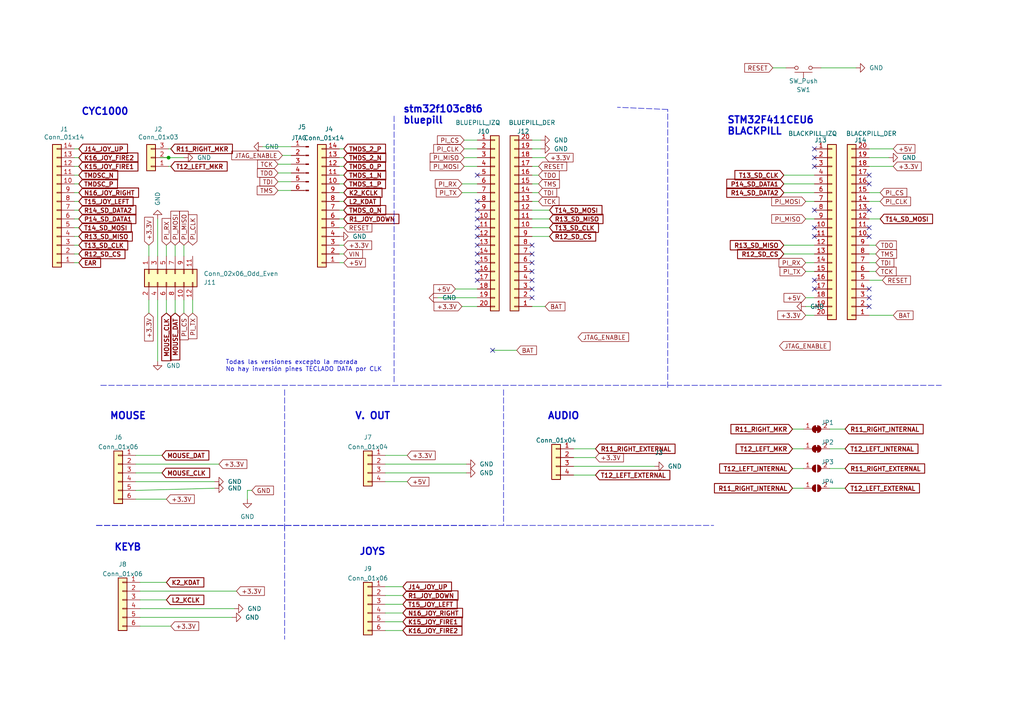
<source format=kicad_sch>
(kicad_sch (version 20211123) (generator eeschema)

  (uuid e63e39d7-6ac0-4ffd-8aa3-1841a4541b55)

  (paper "A4")

  (title_block
    (title "ATLAS RELOCATOR ESP32 DEV KIT V1 FINAL")
    (date "2023-06-05")
    (rev "FINAL")
    (company "The Experiment Group")
    (comment 1 "LICENSE OHL CERN V2 S")
    (comment 2 "https://ohwr.org/cern_ohl_s_v2.txt")
  )

  (lib_symbols
    (symbol "Connector:Conn_01x06_Male" (pin_names (offset 1.016) hide) (in_bom yes) (on_board yes)
      (property "Reference" "J" (id 0) (at 0 7.62 0)
        (effects (font (size 1.27 1.27)))
      )
      (property "Value" "Conn_01x06_Male" (id 1) (at 0 -10.16 0)
        (effects (font (size 1.27 1.27)))
      )
      (property "Footprint" "" (id 2) (at 0 0 0)
        (effects (font (size 1.27 1.27)) hide)
      )
      (property "Datasheet" "~" (id 3) (at 0 0 0)
        (effects (font (size 1.27 1.27)) hide)
      )
      (property "ki_keywords" "connector" (id 4) (at 0 0 0)
        (effects (font (size 1.27 1.27)) hide)
      )
      (property "ki_description" "Generic connector, single row, 01x06, script generated (kicad-library-utils/schlib/autogen/connector/)" (id 5) (at 0 0 0)
        (effects (font (size 1.27 1.27)) hide)
      )
      (property "ki_fp_filters" "Connector*:*_1x??_*" (id 6) (at 0 0 0)
        (effects (font (size 1.27 1.27)) hide)
      )
      (symbol "Conn_01x06_Male_1_1"
        (polyline
          (pts
            (xy 1.27 -7.62)
            (xy 0.8636 -7.62)
          )
          (stroke (width 0.1524) (type default) (color 0 0 0 0))
          (fill (type none))
        )
        (polyline
          (pts
            (xy 1.27 -5.08)
            (xy 0.8636 -5.08)
          )
          (stroke (width 0.1524) (type default) (color 0 0 0 0))
          (fill (type none))
        )
        (polyline
          (pts
            (xy 1.27 -2.54)
            (xy 0.8636 -2.54)
          )
          (stroke (width 0.1524) (type default) (color 0 0 0 0))
          (fill (type none))
        )
        (polyline
          (pts
            (xy 1.27 0)
            (xy 0.8636 0)
          )
          (stroke (width 0.1524) (type default) (color 0 0 0 0))
          (fill (type none))
        )
        (polyline
          (pts
            (xy 1.27 2.54)
            (xy 0.8636 2.54)
          )
          (stroke (width 0.1524) (type default) (color 0 0 0 0))
          (fill (type none))
        )
        (polyline
          (pts
            (xy 1.27 5.08)
            (xy 0.8636 5.08)
          )
          (stroke (width 0.1524) (type default) (color 0 0 0 0))
          (fill (type none))
        )
        (rectangle (start 0.8636 -7.493) (end 0 -7.747)
          (stroke (width 0.1524) (type default) (color 0 0 0 0))
          (fill (type outline))
        )
        (rectangle (start 0.8636 -4.953) (end 0 -5.207)
          (stroke (width 0.1524) (type default) (color 0 0 0 0))
          (fill (type outline))
        )
        (rectangle (start 0.8636 -2.413) (end 0 -2.667)
          (stroke (width 0.1524) (type default) (color 0 0 0 0))
          (fill (type outline))
        )
        (rectangle (start 0.8636 0.127) (end 0 -0.127)
          (stroke (width 0.1524) (type default) (color 0 0 0 0))
          (fill (type outline))
        )
        (rectangle (start 0.8636 2.667) (end 0 2.413)
          (stroke (width 0.1524) (type default) (color 0 0 0 0))
          (fill (type outline))
        )
        (rectangle (start 0.8636 5.207) (end 0 4.953)
          (stroke (width 0.1524) (type default) (color 0 0 0 0))
          (fill (type outline))
        )
        (pin passive line (at 5.08 5.08 180) (length 3.81)
          (name "Pin_1" (effects (font (size 1.27 1.27))))
          (number "1" (effects (font (size 1.27 1.27))))
        )
        (pin passive line (at 5.08 2.54 180) (length 3.81)
          (name "Pin_2" (effects (font (size 1.27 1.27))))
          (number "2" (effects (font (size 1.27 1.27))))
        )
        (pin passive line (at 5.08 0 180) (length 3.81)
          (name "Pin_3" (effects (font (size 1.27 1.27))))
          (number "3" (effects (font (size 1.27 1.27))))
        )
        (pin passive line (at 5.08 -2.54 180) (length 3.81)
          (name "Pin_4" (effects (font (size 1.27 1.27))))
          (number "4" (effects (font (size 1.27 1.27))))
        )
        (pin passive line (at 5.08 -5.08 180) (length 3.81)
          (name "Pin_5" (effects (font (size 1.27 1.27))))
          (number "5" (effects (font (size 1.27 1.27))))
        )
        (pin passive line (at 5.08 -7.62 180) (length 3.81)
          (name "Pin_6" (effects (font (size 1.27 1.27))))
          (number "6" (effects (font (size 1.27 1.27))))
        )
      )
    )
    (symbol "Connector_Generic:Conn_01x03" (pin_names (offset 1.016) hide) (in_bom yes) (on_board yes)
      (property "Reference" "J" (id 0) (at 0 5.08 0)
        (effects (font (size 1.27 1.27)))
      )
      (property "Value" "Conn_01x03" (id 1) (at 0 -5.08 0)
        (effects (font (size 1.27 1.27)))
      )
      (property "Footprint" "" (id 2) (at 0 0 0)
        (effects (font (size 1.27 1.27)) hide)
      )
      (property "Datasheet" "~" (id 3) (at 0 0 0)
        (effects (font (size 1.27 1.27)) hide)
      )
      (property "ki_keywords" "connector" (id 4) (at 0 0 0)
        (effects (font (size 1.27 1.27)) hide)
      )
      (property "ki_description" "Generic connector, single row, 01x03, script generated (kicad-library-utils/schlib/autogen/connector/)" (id 5) (at 0 0 0)
        (effects (font (size 1.27 1.27)) hide)
      )
      (property "ki_fp_filters" "Connector*:*_1x??_*" (id 6) (at 0 0 0)
        (effects (font (size 1.27 1.27)) hide)
      )
      (symbol "Conn_01x03_1_1"
        (rectangle (start -1.27 -2.413) (end 0 -2.667)
          (stroke (width 0.1524) (type default) (color 0 0 0 0))
          (fill (type none))
        )
        (rectangle (start -1.27 0.127) (end 0 -0.127)
          (stroke (width 0.1524) (type default) (color 0 0 0 0))
          (fill (type none))
        )
        (rectangle (start -1.27 2.667) (end 0 2.413)
          (stroke (width 0.1524) (type default) (color 0 0 0 0))
          (fill (type none))
        )
        (rectangle (start -1.27 3.81) (end 1.27 -3.81)
          (stroke (width 0.254) (type default) (color 0 0 0 0))
          (fill (type background))
        )
        (pin passive line (at -5.08 2.54 0) (length 3.81)
          (name "Pin_1" (effects (font (size 1.27 1.27))))
          (number "1" (effects (font (size 1.27 1.27))))
        )
        (pin passive line (at -5.08 0 0) (length 3.81)
          (name "Pin_2" (effects (font (size 1.27 1.27))))
          (number "2" (effects (font (size 1.27 1.27))))
        )
        (pin passive line (at -5.08 -2.54 0) (length 3.81)
          (name "Pin_3" (effects (font (size 1.27 1.27))))
          (number "3" (effects (font (size 1.27 1.27))))
        )
      )
    )
    (symbol "Connector_Generic:Conn_01x04" (pin_names (offset 1.016) hide) (in_bom yes) (on_board yes)
      (property "Reference" "J" (id 0) (at 0 5.08 0)
        (effects (font (size 1.27 1.27)))
      )
      (property "Value" "Conn_01x04" (id 1) (at 0 -7.62 0)
        (effects (font (size 1.27 1.27)))
      )
      (property "Footprint" "" (id 2) (at 0 0 0)
        (effects (font (size 1.27 1.27)) hide)
      )
      (property "Datasheet" "~" (id 3) (at 0 0 0)
        (effects (font (size 1.27 1.27)) hide)
      )
      (property "ki_keywords" "connector" (id 4) (at 0 0 0)
        (effects (font (size 1.27 1.27)) hide)
      )
      (property "ki_description" "Generic connector, single row, 01x04, script generated (kicad-library-utils/schlib/autogen/connector/)" (id 5) (at 0 0 0)
        (effects (font (size 1.27 1.27)) hide)
      )
      (property "ki_fp_filters" "Connector*:*_1x??_*" (id 6) (at 0 0 0)
        (effects (font (size 1.27 1.27)) hide)
      )
      (symbol "Conn_01x04_1_1"
        (rectangle (start -1.27 -4.953) (end 0 -5.207)
          (stroke (width 0.1524) (type default) (color 0 0 0 0))
          (fill (type none))
        )
        (rectangle (start -1.27 -2.413) (end 0 -2.667)
          (stroke (width 0.1524) (type default) (color 0 0 0 0))
          (fill (type none))
        )
        (rectangle (start -1.27 0.127) (end 0 -0.127)
          (stroke (width 0.1524) (type default) (color 0 0 0 0))
          (fill (type none))
        )
        (rectangle (start -1.27 2.667) (end 0 2.413)
          (stroke (width 0.1524) (type default) (color 0 0 0 0))
          (fill (type none))
        )
        (rectangle (start -1.27 3.81) (end 1.27 -6.35)
          (stroke (width 0.254) (type default) (color 0 0 0 0))
          (fill (type background))
        )
        (pin passive line (at -5.08 2.54 0) (length 3.81)
          (name "Pin_1" (effects (font (size 1.27 1.27))))
          (number "1" (effects (font (size 1.27 1.27))))
        )
        (pin passive line (at -5.08 0 0) (length 3.81)
          (name "Pin_2" (effects (font (size 1.27 1.27))))
          (number "2" (effects (font (size 1.27 1.27))))
        )
        (pin passive line (at -5.08 -2.54 0) (length 3.81)
          (name "Pin_3" (effects (font (size 1.27 1.27))))
          (number "3" (effects (font (size 1.27 1.27))))
        )
        (pin passive line (at -5.08 -5.08 0) (length 3.81)
          (name "Pin_4" (effects (font (size 1.27 1.27))))
          (number "4" (effects (font (size 1.27 1.27))))
        )
      )
    )
    (symbol "Connector_Generic:Conn_01x06" (pin_names (offset 1.016) hide) (in_bom yes) (on_board yes)
      (property "Reference" "J" (id 0) (at 0 7.62 0)
        (effects (font (size 1.27 1.27)))
      )
      (property "Value" "Conn_01x06" (id 1) (at 0 -10.16 0)
        (effects (font (size 1.27 1.27)))
      )
      (property "Footprint" "" (id 2) (at 0 0 0)
        (effects (font (size 1.27 1.27)) hide)
      )
      (property "Datasheet" "~" (id 3) (at 0 0 0)
        (effects (font (size 1.27 1.27)) hide)
      )
      (property "ki_keywords" "connector" (id 4) (at 0 0 0)
        (effects (font (size 1.27 1.27)) hide)
      )
      (property "ki_description" "Generic connector, single row, 01x06, script generated (kicad-library-utils/schlib/autogen/connector/)" (id 5) (at 0 0 0)
        (effects (font (size 1.27 1.27)) hide)
      )
      (property "ki_fp_filters" "Connector*:*_1x??_*" (id 6) (at 0 0 0)
        (effects (font (size 1.27 1.27)) hide)
      )
      (symbol "Conn_01x06_1_1"
        (rectangle (start -1.27 -7.493) (end 0 -7.747)
          (stroke (width 0.1524) (type default) (color 0 0 0 0))
          (fill (type none))
        )
        (rectangle (start -1.27 -4.953) (end 0 -5.207)
          (stroke (width 0.1524) (type default) (color 0 0 0 0))
          (fill (type none))
        )
        (rectangle (start -1.27 -2.413) (end 0 -2.667)
          (stroke (width 0.1524) (type default) (color 0 0 0 0))
          (fill (type none))
        )
        (rectangle (start -1.27 0.127) (end 0 -0.127)
          (stroke (width 0.1524) (type default) (color 0 0 0 0))
          (fill (type none))
        )
        (rectangle (start -1.27 2.667) (end 0 2.413)
          (stroke (width 0.1524) (type default) (color 0 0 0 0))
          (fill (type none))
        )
        (rectangle (start -1.27 5.207) (end 0 4.953)
          (stroke (width 0.1524) (type default) (color 0 0 0 0))
          (fill (type none))
        )
        (rectangle (start -1.27 6.35) (end 1.27 -8.89)
          (stroke (width 0.254) (type default) (color 0 0 0 0))
          (fill (type background))
        )
        (pin passive line (at -5.08 5.08 0) (length 3.81)
          (name "Pin_1" (effects (font (size 1.27 1.27))))
          (number "1" (effects (font (size 1.27 1.27))))
        )
        (pin passive line (at -5.08 2.54 0) (length 3.81)
          (name "Pin_2" (effects (font (size 1.27 1.27))))
          (number "2" (effects (font (size 1.27 1.27))))
        )
        (pin passive line (at -5.08 0 0) (length 3.81)
          (name "Pin_3" (effects (font (size 1.27 1.27))))
          (number "3" (effects (font (size 1.27 1.27))))
        )
        (pin passive line (at -5.08 -2.54 0) (length 3.81)
          (name "Pin_4" (effects (font (size 1.27 1.27))))
          (number "4" (effects (font (size 1.27 1.27))))
        )
        (pin passive line (at -5.08 -5.08 0) (length 3.81)
          (name "Pin_5" (effects (font (size 1.27 1.27))))
          (number "5" (effects (font (size 1.27 1.27))))
        )
        (pin passive line (at -5.08 -7.62 0) (length 3.81)
          (name "Pin_6" (effects (font (size 1.27 1.27))))
          (number "6" (effects (font (size 1.27 1.27))))
        )
      )
    )
    (symbol "Connector_Generic:Conn_01x14" (pin_names (offset 1.016) hide) (in_bom yes) (on_board yes)
      (property "Reference" "J" (id 0) (at 0 17.78 0)
        (effects (font (size 1.27 1.27)))
      )
      (property "Value" "Conn_01x14" (id 1) (at 0 -20.32 0)
        (effects (font (size 1.27 1.27)))
      )
      (property "Footprint" "" (id 2) (at 0 0 0)
        (effects (font (size 1.27 1.27)) hide)
      )
      (property "Datasheet" "~" (id 3) (at 0 0 0)
        (effects (font (size 1.27 1.27)) hide)
      )
      (property "ki_keywords" "connector" (id 4) (at 0 0 0)
        (effects (font (size 1.27 1.27)) hide)
      )
      (property "ki_description" "Generic connector, single row, 01x14, script generated (kicad-library-utils/schlib/autogen/connector/)" (id 5) (at 0 0 0)
        (effects (font (size 1.27 1.27)) hide)
      )
      (property "ki_fp_filters" "Connector*:*_1x??_*" (id 6) (at 0 0 0)
        (effects (font (size 1.27 1.27)) hide)
      )
      (symbol "Conn_01x14_1_1"
        (rectangle (start -1.27 -17.653) (end 0 -17.907)
          (stroke (width 0.1524) (type default) (color 0 0 0 0))
          (fill (type none))
        )
        (rectangle (start -1.27 -15.113) (end 0 -15.367)
          (stroke (width 0.1524) (type default) (color 0 0 0 0))
          (fill (type none))
        )
        (rectangle (start -1.27 -12.573) (end 0 -12.827)
          (stroke (width 0.1524) (type default) (color 0 0 0 0))
          (fill (type none))
        )
        (rectangle (start -1.27 -10.033) (end 0 -10.287)
          (stroke (width 0.1524) (type default) (color 0 0 0 0))
          (fill (type none))
        )
        (rectangle (start -1.27 -7.493) (end 0 -7.747)
          (stroke (width 0.1524) (type default) (color 0 0 0 0))
          (fill (type none))
        )
        (rectangle (start -1.27 -4.953) (end 0 -5.207)
          (stroke (width 0.1524) (type default) (color 0 0 0 0))
          (fill (type none))
        )
        (rectangle (start -1.27 -2.413) (end 0 -2.667)
          (stroke (width 0.1524) (type default) (color 0 0 0 0))
          (fill (type none))
        )
        (rectangle (start -1.27 0.127) (end 0 -0.127)
          (stroke (width 0.1524) (type default) (color 0 0 0 0))
          (fill (type none))
        )
        (rectangle (start -1.27 2.667) (end 0 2.413)
          (stroke (width 0.1524) (type default) (color 0 0 0 0))
          (fill (type none))
        )
        (rectangle (start -1.27 5.207) (end 0 4.953)
          (stroke (width 0.1524) (type default) (color 0 0 0 0))
          (fill (type none))
        )
        (rectangle (start -1.27 7.747) (end 0 7.493)
          (stroke (width 0.1524) (type default) (color 0 0 0 0))
          (fill (type none))
        )
        (rectangle (start -1.27 10.287) (end 0 10.033)
          (stroke (width 0.1524) (type default) (color 0 0 0 0))
          (fill (type none))
        )
        (rectangle (start -1.27 12.827) (end 0 12.573)
          (stroke (width 0.1524) (type default) (color 0 0 0 0))
          (fill (type none))
        )
        (rectangle (start -1.27 15.367) (end 0 15.113)
          (stroke (width 0.1524) (type default) (color 0 0 0 0))
          (fill (type none))
        )
        (rectangle (start -1.27 16.51) (end 1.27 -19.05)
          (stroke (width 0.254) (type default) (color 0 0 0 0))
          (fill (type background))
        )
        (pin passive line (at -5.08 15.24 0) (length 3.81)
          (name "Pin_1" (effects (font (size 1.27 1.27))))
          (number "1" (effects (font (size 1.27 1.27))))
        )
        (pin passive line (at -5.08 -7.62 0) (length 3.81)
          (name "Pin_10" (effects (font (size 1.27 1.27))))
          (number "10" (effects (font (size 1.27 1.27))))
        )
        (pin passive line (at -5.08 -10.16 0) (length 3.81)
          (name "Pin_11" (effects (font (size 1.27 1.27))))
          (number "11" (effects (font (size 1.27 1.27))))
        )
        (pin passive line (at -5.08 -12.7 0) (length 3.81)
          (name "Pin_12" (effects (font (size 1.27 1.27))))
          (number "12" (effects (font (size 1.27 1.27))))
        )
        (pin passive line (at -5.08 -15.24 0) (length 3.81)
          (name "Pin_13" (effects (font (size 1.27 1.27))))
          (number "13" (effects (font (size 1.27 1.27))))
        )
        (pin passive line (at -5.08 -17.78 0) (length 3.81)
          (name "Pin_14" (effects (font (size 1.27 1.27))))
          (number "14" (effects (font (size 1.27 1.27))))
        )
        (pin passive line (at -5.08 12.7 0) (length 3.81)
          (name "Pin_2" (effects (font (size 1.27 1.27))))
          (number "2" (effects (font (size 1.27 1.27))))
        )
        (pin passive line (at -5.08 10.16 0) (length 3.81)
          (name "Pin_3" (effects (font (size 1.27 1.27))))
          (number "3" (effects (font (size 1.27 1.27))))
        )
        (pin passive line (at -5.08 7.62 0) (length 3.81)
          (name "Pin_4" (effects (font (size 1.27 1.27))))
          (number "4" (effects (font (size 1.27 1.27))))
        )
        (pin passive line (at -5.08 5.08 0) (length 3.81)
          (name "Pin_5" (effects (font (size 1.27 1.27))))
          (number "5" (effects (font (size 1.27 1.27))))
        )
        (pin passive line (at -5.08 2.54 0) (length 3.81)
          (name "Pin_6" (effects (font (size 1.27 1.27))))
          (number "6" (effects (font (size 1.27 1.27))))
        )
        (pin passive line (at -5.08 0 0) (length 3.81)
          (name "Pin_7" (effects (font (size 1.27 1.27))))
          (number "7" (effects (font (size 1.27 1.27))))
        )
        (pin passive line (at -5.08 -2.54 0) (length 3.81)
          (name "Pin_8" (effects (font (size 1.27 1.27))))
          (number "8" (effects (font (size 1.27 1.27))))
        )
        (pin passive line (at -5.08 -5.08 0) (length 3.81)
          (name "Pin_9" (effects (font (size 1.27 1.27))))
          (number "9" (effects (font (size 1.27 1.27))))
        )
      )
    )
    (symbol "Connector_Generic:Conn_01x20" (pin_names (offset 1.016) hide) (in_bom yes) (on_board yes)
      (property "Reference" "J" (id 0) (at 0 25.4 0)
        (effects (font (size 1.27 1.27)))
      )
      (property "Value" "Conn_01x20" (id 1) (at 0 -27.94 0)
        (effects (font (size 1.27 1.27)))
      )
      (property "Footprint" "" (id 2) (at 0 0 0)
        (effects (font (size 1.27 1.27)) hide)
      )
      (property "Datasheet" "~" (id 3) (at 0 0 0)
        (effects (font (size 1.27 1.27)) hide)
      )
      (property "ki_keywords" "connector" (id 4) (at 0 0 0)
        (effects (font (size 1.27 1.27)) hide)
      )
      (property "ki_description" "Generic connector, single row, 01x20, script generated (kicad-library-utils/schlib/autogen/connector/)" (id 5) (at 0 0 0)
        (effects (font (size 1.27 1.27)) hide)
      )
      (property "ki_fp_filters" "Connector*:*_1x??_*" (id 6) (at 0 0 0)
        (effects (font (size 1.27 1.27)) hide)
      )
      (symbol "Conn_01x20_1_1"
        (rectangle (start -1.27 -25.273) (end 0 -25.527)
          (stroke (width 0.1524) (type default) (color 0 0 0 0))
          (fill (type none))
        )
        (rectangle (start -1.27 -22.733) (end 0 -22.987)
          (stroke (width 0.1524) (type default) (color 0 0 0 0))
          (fill (type none))
        )
        (rectangle (start -1.27 -20.193) (end 0 -20.447)
          (stroke (width 0.1524) (type default) (color 0 0 0 0))
          (fill (type none))
        )
        (rectangle (start -1.27 -17.653) (end 0 -17.907)
          (stroke (width 0.1524) (type default) (color 0 0 0 0))
          (fill (type none))
        )
        (rectangle (start -1.27 -15.113) (end 0 -15.367)
          (stroke (width 0.1524) (type default) (color 0 0 0 0))
          (fill (type none))
        )
        (rectangle (start -1.27 -12.573) (end 0 -12.827)
          (stroke (width 0.1524) (type default) (color 0 0 0 0))
          (fill (type none))
        )
        (rectangle (start -1.27 -10.033) (end 0 -10.287)
          (stroke (width 0.1524) (type default) (color 0 0 0 0))
          (fill (type none))
        )
        (rectangle (start -1.27 -7.493) (end 0 -7.747)
          (stroke (width 0.1524) (type default) (color 0 0 0 0))
          (fill (type none))
        )
        (rectangle (start -1.27 -4.953) (end 0 -5.207)
          (stroke (width 0.1524) (type default) (color 0 0 0 0))
          (fill (type none))
        )
        (rectangle (start -1.27 -2.413) (end 0 -2.667)
          (stroke (width 0.1524) (type default) (color 0 0 0 0))
          (fill (type none))
        )
        (rectangle (start -1.27 0.127) (end 0 -0.127)
          (stroke (width 0.1524) (type default) (color 0 0 0 0))
          (fill (type none))
        )
        (rectangle (start -1.27 2.667) (end 0 2.413)
          (stroke (width 0.1524) (type default) (color 0 0 0 0))
          (fill (type none))
        )
        (rectangle (start -1.27 5.207) (end 0 4.953)
          (stroke (width 0.1524) (type default) (color 0 0 0 0))
          (fill (type none))
        )
        (rectangle (start -1.27 7.747) (end 0 7.493)
          (stroke (width 0.1524) (type default) (color 0 0 0 0))
          (fill (type none))
        )
        (rectangle (start -1.27 10.287) (end 0 10.033)
          (stroke (width 0.1524) (type default) (color 0 0 0 0))
          (fill (type none))
        )
        (rectangle (start -1.27 12.827) (end 0 12.573)
          (stroke (width 0.1524) (type default) (color 0 0 0 0))
          (fill (type none))
        )
        (rectangle (start -1.27 15.367) (end 0 15.113)
          (stroke (width 0.1524) (type default) (color 0 0 0 0))
          (fill (type none))
        )
        (rectangle (start -1.27 17.907) (end 0 17.653)
          (stroke (width 0.1524) (type default) (color 0 0 0 0))
          (fill (type none))
        )
        (rectangle (start -1.27 20.447) (end 0 20.193)
          (stroke (width 0.1524) (type default) (color 0 0 0 0))
          (fill (type none))
        )
        (rectangle (start -1.27 22.987) (end 0 22.733)
          (stroke (width 0.1524) (type default) (color 0 0 0 0))
          (fill (type none))
        )
        (rectangle (start -1.27 24.13) (end 1.27 -26.67)
          (stroke (width 0.254) (type default) (color 0 0 0 0))
          (fill (type background))
        )
        (pin passive line (at -5.08 22.86 0) (length 3.81)
          (name "Pin_1" (effects (font (size 1.27 1.27))))
          (number "1" (effects (font (size 1.27 1.27))))
        )
        (pin passive line (at -5.08 0 0) (length 3.81)
          (name "Pin_10" (effects (font (size 1.27 1.27))))
          (number "10" (effects (font (size 1.27 1.27))))
        )
        (pin passive line (at -5.08 -2.54 0) (length 3.81)
          (name "Pin_11" (effects (font (size 1.27 1.27))))
          (number "11" (effects (font (size 1.27 1.27))))
        )
        (pin passive line (at -5.08 -5.08 0) (length 3.81)
          (name "Pin_12" (effects (font (size 1.27 1.27))))
          (number "12" (effects (font (size 1.27 1.27))))
        )
        (pin passive line (at -5.08 -7.62 0) (length 3.81)
          (name "Pin_13" (effects (font (size 1.27 1.27))))
          (number "13" (effects (font (size 1.27 1.27))))
        )
        (pin passive line (at -5.08 -10.16 0) (length 3.81)
          (name "Pin_14" (effects (font (size 1.27 1.27))))
          (number "14" (effects (font (size 1.27 1.27))))
        )
        (pin passive line (at -5.08 -12.7 0) (length 3.81)
          (name "Pin_15" (effects (font (size 1.27 1.27))))
          (number "15" (effects (font (size 1.27 1.27))))
        )
        (pin passive line (at -5.08 -15.24 0) (length 3.81)
          (name "Pin_16" (effects (font (size 1.27 1.27))))
          (number "16" (effects (font (size 1.27 1.27))))
        )
        (pin passive line (at -5.08 -17.78 0) (length 3.81)
          (name "Pin_17" (effects (font (size 1.27 1.27))))
          (number "17" (effects (font (size 1.27 1.27))))
        )
        (pin passive line (at -5.08 -20.32 0) (length 3.81)
          (name "Pin_18" (effects (font (size 1.27 1.27))))
          (number "18" (effects (font (size 1.27 1.27))))
        )
        (pin passive line (at -5.08 -22.86 0) (length 3.81)
          (name "Pin_19" (effects (font (size 1.27 1.27))))
          (number "19" (effects (font (size 1.27 1.27))))
        )
        (pin passive line (at -5.08 20.32 0) (length 3.81)
          (name "Pin_2" (effects (font (size 1.27 1.27))))
          (number "2" (effects (font (size 1.27 1.27))))
        )
        (pin passive line (at -5.08 -25.4 0) (length 3.81)
          (name "Pin_20" (effects (font (size 1.27 1.27))))
          (number "20" (effects (font (size 1.27 1.27))))
        )
        (pin passive line (at -5.08 17.78 0) (length 3.81)
          (name "Pin_3" (effects (font (size 1.27 1.27))))
          (number "3" (effects (font (size 1.27 1.27))))
        )
        (pin passive line (at -5.08 15.24 0) (length 3.81)
          (name "Pin_4" (effects (font (size 1.27 1.27))))
          (number "4" (effects (font (size 1.27 1.27))))
        )
        (pin passive line (at -5.08 12.7 0) (length 3.81)
          (name "Pin_5" (effects (font (size 1.27 1.27))))
          (number "5" (effects (font (size 1.27 1.27))))
        )
        (pin passive line (at -5.08 10.16 0) (length 3.81)
          (name "Pin_6" (effects (font (size 1.27 1.27))))
          (number "6" (effects (font (size 1.27 1.27))))
        )
        (pin passive line (at -5.08 7.62 0) (length 3.81)
          (name "Pin_7" (effects (font (size 1.27 1.27))))
          (number "7" (effects (font (size 1.27 1.27))))
        )
        (pin passive line (at -5.08 5.08 0) (length 3.81)
          (name "Pin_8" (effects (font (size 1.27 1.27))))
          (number "8" (effects (font (size 1.27 1.27))))
        )
        (pin passive line (at -5.08 2.54 0) (length 3.81)
          (name "Pin_9" (effects (font (size 1.27 1.27))))
          (number "9" (effects (font (size 1.27 1.27))))
        )
      )
    )
    (symbol "Connector_Generic:Conn_02x06_Odd_Even" (pin_names (offset 1.016) hide) (in_bom yes) (on_board yes)
      (property "Reference" "J" (id 0) (at 1.27 7.62 0)
        (effects (font (size 1.27 1.27)))
      )
      (property "Value" "Conn_02x06_Odd_Even" (id 1) (at 1.27 -10.16 0)
        (effects (font (size 1.27 1.27)))
      )
      (property "Footprint" "" (id 2) (at 0 0 0)
        (effects (font (size 1.27 1.27)) hide)
      )
      (property "Datasheet" "~" (id 3) (at 0 0 0)
        (effects (font (size 1.27 1.27)) hide)
      )
      (property "ki_keywords" "connector" (id 4) (at 0 0 0)
        (effects (font (size 1.27 1.27)) hide)
      )
      (property "ki_description" "Generic connector, double row, 02x06, odd/even pin numbering scheme (row 1 odd numbers, row 2 even numbers), script generated (kicad-library-utils/schlib/autogen/connector/)" (id 5) (at 0 0 0)
        (effects (font (size 1.27 1.27)) hide)
      )
      (property "ki_fp_filters" "Connector*:*_2x??_*" (id 6) (at 0 0 0)
        (effects (font (size 1.27 1.27)) hide)
      )
      (symbol "Conn_02x06_Odd_Even_1_1"
        (rectangle (start -1.27 -7.493) (end 0 -7.747)
          (stroke (width 0.1524) (type default) (color 0 0 0 0))
          (fill (type none))
        )
        (rectangle (start -1.27 -4.953) (end 0 -5.207)
          (stroke (width 0.1524) (type default) (color 0 0 0 0))
          (fill (type none))
        )
        (rectangle (start -1.27 -2.413) (end 0 -2.667)
          (stroke (width 0.1524) (type default) (color 0 0 0 0))
          (fill (type none))
        )
        (rectangle (start -1.27 0.127) (end 0 -0.127)
          (stroke (width 0.1524) (type default) (color 0 0 0 0))
          (fill (type none))
        )
        (rectangle (start -1.27 2.667) (end 0 2.413)
          (stroke (width 0.1524) (type default) (color 0 0 0 0))
          (fill (type none))
        )
        (rectangle (start -1.27 5.207) (end 0 4.953)
          (stroke (width 0.1524) (type default) (color 0 0 0 0))
          (fill (type none))
        )
        (rectangle (start -1.27 6.35) (end 3.81 -8.89)
          (stroke (width 0.254) (type default) (color 0 0 0 0))
          (fill (type background))
        )
        (rectangle (start 3.81 -7.493) (end 2.54 -7.747)
          (stroke (width 0.1524) (type default) (color 0 0 0 0))
          (fill (type none))
        )
        (rectangle (start 3.81 -4.953) (end 2.54 -5.207)
          (stroke (width 0.1524) (type default) (color 0 0 0 0))
          (fill (type none))
        )
        (rectangle (start 3.81 -2.413) (end 2.54 -2.667)
          (stroke (width 0.1524) (type default) (color 0 0 0 0))
          (fill (type none))
        )
        (rectangle (start 3.81 0.127) (end 2.54 -0.127)
          (stroke (width 0.1524) (type default) (color 0 0 0 0))
          (fill (type none))
        )
        (rectangle (start 3.81 2.667) (end 2.54 2.413)
          (stroke (width 0.1524) (type default) (color 0 0 0 0))
          (fill (type none))
        )
        (rectangle (start 3.81 5.207) (end 2.54 4.953)
          (stroke (width 0.1524) (type default) (color 0 0 0 0))
          (fill (type none))
        )
        (pin passive line (at -5.08 5.08 0) (length 3.81)
          (name "Pin_1" (effects (font (size 1.27 1.27))))
          (number "1" (effects (font (size 1.27 1.27))))
        )
        (pin passive line (at 7.62 -5.08 180) (length 3.81)
          (name "Pin_10" (effects (font (size 1.27 1.27))))
          (number "10" (effects (font (size 1.27 1.27))))
        )
        (pin passive line (at -5.08 -7.62 0) (length 3.81)
          (name "Pin_11" (effects (font (size 1.27 1.27))))
          (number "11" (effects (font (size 1.27 1.27))))
        )
        (pin passive line (at 7.62 -7.62 180) (length 3.81)
          (name "Pin_12" (effects (font (size 1.27 1.27))))
          (number "12" (effects (font (size 1.27 1.27))))
        )
        (pin passive line (at 7.62 5.08 180) (length 3.81)
          (name "Pin_2" (effects (font (size 1.27 1.27))))
          (number "2" (effects (font (size 1.27 1.27))))
        )
        (pin passive line (at -5.08 2.54 0) (length 3.81)
          (name "Pin_3" (effects (font (size 1.27 1.27))))
          (number "3" (effects (font (size 1.27 1.27))))
        )
        (pin passive line (at 7.62 2.54 180) (length 3.81)
          (name "Pin_4" (effects (font (size 1.27 1.27))))
          (number "4" (effects (font (size 1.27 1.27))))
        )
        (pin passive line (at -5.08 0 0) (length 3.81)
          (name "Pin_5" (effects (font (size 1.27 1.27))))
          (number "5" (effects (font (size 1.27 1.27))))
        )
        (pin passive line (at 7.62 0 180) (length 3.81)
          (name "Pin_6" (effects (font (size 1.27 1.27))))
          (number "6" (effects (font (size 1.27 1.27))))
        )
        (pin passive line (at -5.08 -2.54 0) (length 3.81)
          (name "Pin_7" (effects (font (size 1.27 1.27))))
          (number "7" (effects (font (size 1.27 1.27))))
        )
        (pin passive line (at 7.62 -2.54 180) (length 3.81)
          (name "Pin_8" (effects (font (size 1.27 1.27))))
          (number "8" (effects (font (size 1.27 1.27))))
        )
        (pin passive line (at -5.08 -5.08 0) (length 3.81)
          (name "Pin_9" (effects (font (size 1.27 1.27))))
          (number "9" (effects (font (size 1.27 1.27))))
        )
      )
    )
    (symbol "Jumper:SolderJumper_2_Bridged" (pin_names (offset 0) hide) (in_bom yes) (on_board yes)
      (property "Reference" "JP" (id 0) (at 0 2.032 0)
        (effects (font (size 1.27 1.27)))
      )
      (property "Value" "SolderJumper_2_Bridged" (id 1) (at 0 -2.54 0)
        (effects (font (size 1.27 1.27)))
      )
      (property "Footprint" "" (id 2) (at 0 0 0)
        (effects (font (size 1.27 1.27)) hide)
      )
      (property "Datasheet" "~" (id 3) (at 0 0 0)
        (effects (font (size 1.27 1.27)) hide)
      )
      (property "ki_keywords" "solder jumper SPST" (id 4) (at 0 0 0)
        (effects (font (size 1.27 1.27)) hide)
      )
      (property "ki_description" "Solder Jumper, 2-pole, closed/bridged" (id 5) (at 0 0 0)
        (effects (font (size 1.27 1.27)) hide)
      )
      (property "ki_fp_filters" "SolderJumper*Bridged*" (id 6) (at 0 0 0)
        (effects (font (size 1.27 1.27)) hide)
      )
      (symbol "SolderJumper_2_Bridged_0_1"
        (rectangle (start -0.508 0.508) (end 0.508 -0.508)
          (stroke (width 0) (type default) (color 0 0 0 0))
          (fill (type outline))
        )
        (arc (start -0.254 1.016) (mid -1.27 0) (end -0.254 -1.016)
          (stroke (width 0) (type default) (color 0 0 0 0))
          (fill (type none))
        )
        (arc (start -0.254 1.016) (mid -1.27 0) (end -0.254 -1.016)
          (stroke (width 0) (type default) (color 0 0 0 0))
          (fill (type outline))
        )
        (polyline
          (pts
            (xy -0.254 1.016)
            (xy -0.254 -1.016)
          )
          (stroke (width 0) (type default) (color 0 0 0 0))
          (fill (type none))
        )
        (polyline
          (pts
            (xy 0.254 1.016)
            (xy 0.254 -1.016)
          )
          (stroke (width 0) (type default) (color 0 0 0 0))
          (fill (type none))
        )
        (arc (start 0.254 -1.016) (mid 1.27 0) (end 0.254 1.016)
          (stroke (width 0) (type default) (color 0 0 0 0))
          (fill (type none))
        )
        (arc (start 0.254 -1.016) (mid 1.27 0) (end 0.254 1.016)
          (stroke (width 0) (type default) (color 0 0 0 0))
          (fill (type outline))
        )
      )
      (symbol "SolderJumper_2_Bridged_1_1"
        (pin passive line (at -3.81 0 0) (length 2.54)
          (name "A" (effects (font (size 1.27 1.27))))
          (number "1" (effects (font (size 1.27 1.27))))
        )
        (pin passive line (at 3.81 0 180) (length 2.54)
          (name "B" (effects (font (size 1.27 1.27))))
          (number "2" (effects (font (size 1.27 1.27))))
        )
      )
    )
    (symbol "Jumper:SolderJumper_2_Open" (pin_names (offset 0) hide) (in_bom yes) (on_board yes)
      (property "Reference" "JP" (id 0) (at 0 2.032 0)
        (effects (font (size 1.27 1.27)))
      )
      (property "Value" "SolderJumper_2_Open" (id 1) (at 0 -2.54 0)
        (effects (font (size 1.27 1.27)))
      )
      (property "Footprint" "" (id 2) (at 0 0 0)
        (effects (font (size 1.27 1.27)) hide)
      )
      (property "Datasheet" "~" (id 3) (at 0 0 0)
        (effects (font (size 1.27 1.27)) hide)
      )
      (property "ki_keywords" "solder jumper SPST" (id 4) (at 0 0 0)
        (effects (font (size 1.27 1.27)) hide)
      )
      (property "ki_description" "Solder Jumper, 2-pole, open" (id 5) (at 0 0 0)
        (effects (font (size 1.27 1.27)) hide)
      )
      (property "ki_fp_filters" "SolderJumper*Open*" (id 6) (at 0 0 0)
        (effects (font (size 1.27 1.27)) hide)
      )
      (symbol "SolderJumper_2_Open_0_1"
        (arc (start -0.254 1.016) (mid -1.27 0) (end -0.254 -1.016)
          (stroke (width 0) (type default) (color 0 0 0 0))
          (fill (type none))
        )
        (arc (start -0.254 1.016) (mid -1.27 0) (end -0.254 -1.016)
          (stroke (width 0) (type default) (color 0 0 0 0))
          (fill (type outline))
        )
        (polyline
          (pts
            (xy -0.254 1.016)
            (xy -0.254 -1.016)
          )
          (stroke (width 0) (type default) (color 0 0 0 0))
          (fill (type none))
        )
        (polyline
          (pts
            (xy 0.254 1.016)
            (xy 0.254 -1.016)
          )
          (stroke (width 0) (type default) (color 0 0 0 0))
          (fill (type none))
        )
        (arc (start 0.254 -1.016) (mid 1.27 0) (end 0.254 1.016)
          (stroke (width 0) (type default) (color 0 0 0 0))
          (fill (type none))
        )
        (arc (start 0.254 -1.016) (mid 1.27 0) (end 0.254 1.016)
          (stroke (width 0) (type default) (color 0 0 0 0))
          (fill (type outline))
        )
      )
      (symbol "SolderJumper_2_Open_1_1"
        (pin passive line (at -3.81 0 0) (length 2.54)
          (name "A" (effects (font (size 1.27 1.27))))
          (number "1" (effects (font (size 1.27 1.27))))
        )
        (pin passive line (at 3.81 0 180) (length 2.54)
          (name "B" (effects (font (size 1.27 1.27))))
          (number "2" (effects (font (size 1.27 1.27))))
        )
      )
    )
    (symbol "Switch:SW_Push" (pin_numbers hide) (pin_names (offset 1.016) hide) (in_bom yes) (on_board yes)
      (property "Reference" "SW" (id 0) (at 1.27 2.54 0)
        (effects (font (size 1.27 1.27)) (justify left))
      )
      (property "Value" "SW_Push" (id 1) (at 0 -1.524 0)
        (effects (font (size 1.27 1.27)))
      )
      (property "Footprint" "" (id 2) (at 0 5.08 0)
        (effects (font (size 1.27 1.27)) hide)
      )
      (property "Datasheet" "~" (id 3) (at 0 5.08 0)
        (effects (font (size 1.27 1.27)) hide)
      )
      (property "ki_keywords" "switch normally-open pushbutton push-button" (id 4) (at 0 0 0)
        (effects (font (size 1.27 1.27)) hide)
      )
      (property "ki_description" "Push button switch, generic, two pins" (id 5) (at 0 0 0)
        (effects (font (size 1.27 1.27)) hide)
      )
      (symbol "SW_Push_0_1"
        (circle (center -2.032 0) (radius 0.508)
          (stroke (width 0) (type default) (color 0 0 0 0))
          (fill (type none))
        )
        (polyline
          (pts
            (xy 0 1.27)
            (xy 0 3.048)
          )
          (stroke (width 0) (type default) (color 0 0 0 0))
          (fill (type none))
        )
        (polyline
          (pts
            (xy 2.54 1.27)
            (xy -2.54 1.27)
          )
          (stroke (width 0) (type default) (color 0 0 0 0))
          (fill (type none))
        )
        (circle (center 2.032 0) (radius 0.508)
          (stroke (width 0) (type default) (color 0 0 0 0))
          (fill (type none))
        )
        (pin passive line (at -5.08 0 0) (length 2.54)
          (name "1" (effects (font (size 1.27 1.27))))
          (number "1" (effects (font (size 1.27 1.27))))
        )
        (pin passive line (at 5.08 0 180) (length 2.54)
          (name "2" (effects (font (size 1.27 1.27))))
          (number "2" (effects (font (size 1.27 1.27))))
        )
      )
    )
    (symbol "power:GND" (power) (pin_names (offset 0)) (in_bom yes) (on_board yes)
      (property "Reference" "#PWR" (id 0) (at 0 -6.35 0)
        (effects (font (size 1.27 1.27)) hide)
      )
      (property "Value" "GND" (id 1) (at 0 -3.81 0)
        (effects (font (size 1.27 1.27)))
      )
      (property "Footprint" "" (id 2) (at 0 0 0)
        (effects (font (size 1.27 1.27)) hide)
      )
      (property "Datasheet" "" (id 3) (at 0 0 0)
        (effects (font (size 1.27 1.27)) hide)
      )
      (property "ki_keywords" "global power" (id 4) (at 0 0 0)
        (effects (font (size 1.27 1.27)) hide)
      )
      (property "ki_description" "Power symbol creates a global label with name \"GND\" , ground" (id 5) (at 0 0 0)
        (effects (font (size 1.27 1.27)) hide)
      )
      (symbol "GND_0_1"
        (polyline
          (pts
            (xy 0 0)
            (xy 0 -1.27)
            (xy 1.27 -1.27)
            (xy 0 -2.54)
            (xy -1.27 -1.27)
            (xy 0 -1.27)
          )
          (stroke (width 0) (type default) (color 0 0 0 0))
          (fill (type none))
        )
      )
      (symbol "GND_1_1"
        (pin power_in line (at 0 0 270) (length 0) hide
          (name "GND" (effects (font (size 1.27 1.27))))
          (number "1" (effects (font (size 1.27 1.27))))
        )
      )
    )
  )

  (junction (at 48.895 45.72) (diameter 0) (color 0 0 0 0)
    (uuid 01531f9f-b153-46cc-9394-9a705dadec3b)
  )

  (no_connect (at 252.095 53.34) (uuid 086f635b-c166-4b0d-b67a-19484e365581))
  (no_connect (at 138.43 58.42) (uuid 115abfd7-12a0-4e44-9aac-d94168db3bef))
  (no_connect (at 236.22 60.96) (uuid 148e466f-afe6-4f79-9891-c3e7efb472eb))
  (no_connect (at 154.305 81.28) (uuid 3fbea59b-44ae-4df3-8777-cd6963eefd9e))
  (no_connect (at 154.305 73.66) (uuid 55b97ea8-9f2a-47e2-b6a6-c314764e74d5))
  (no_connect (at 236.22 68.58) (uuid 58ca1473-5d8c-4de0-83bc-fdf9291377b3))
  (no_connect (at 154.305 71.12) (uuid 58cd5f91-13f8-4797-b319-06b70c80e178))
  (no_connect (at 138.43 63.5) (uuid 5f60ade9-4d1e-4cc0-8389-d578f25961a5))
  (no_connect (at 236.22 81.28) (uuid 673edd0a-71fb-4d6c-90b0-ec647d086476))
  (no_connect (at 154.305 76.2) (uuid 691a7a6a-0f28-43fe-b0c3-f34253decd3a))
  (no_connect (at 138.43 73.66) (uuid 69290da7-0935-4721-be6c-c55112c01fa9))
  (no_connect (at 236.22 83.82) (uuid 6de80fe3-01af-4869-aab7-4b63ab983bca))
  (no_connect (at 138.43 68.58) (uuid 6fa7d067-8aa0-446c-8f7a-da8ec758e374))
  (no_connect (at 252.095 60.96) (uuid 73acf4f4-6b27-4ed1-b9f4-d34c2c60aab6))
  (no_connect (at 252.095 68.58) (uuid 77928949-62a3-49ee-9245-ce50b9002f48))
  (no_connect (at 252.095 83.82) (uuid 81f2160b-4f5b-4bd0-80c2-49a821a56c90))
  (no_connect (at 138.43 71.12) (uuid 864f7715-d3ee-44ee-902a-72a2e53b37d4))
  (no_connect (at 142.875 101.6) (uuid 87bf9f61-945a-4353-b8a1-582afabede7b))
  (no_connect (at 236.22 66.04) (uuid 9332d682-fc51-41cb-84f1-483765e392a5))
  (no_connect (at 236.22 43.18) (uuid 9353af13-5f4e-44d7-b03e-f96257fbdfc6))
  (no_connect (at 154.305 83.82) (uuid 9577d00e-52c4-496e-8757-2b72f69de19b))
  (no_connect (at 138.43 60.96) (uuid 984a6234-0881-4698-b31e-00fb3b1aeac0))
  (no_connect (at 138.43 76.2) (uuid a9ca71a4-4aaa-4caf-b8df-7e59cd7e01e9))
  (no_connect (at 236.22 48.26) (uuid b7d0588d-b624-4570-bb89-74c6086b5072))
  (no_connect (at 138.43 81.28) (uuid b9ceab7a-82f2-469d-b48d-23072ce9ee96))
  (no_connect (at 252.095 50.8) (uuid bf5ac7c4-5c2f-4423-8a5d-fa19769b8802))
  (no_connect (at 252.095 66.04) (uuid cb9e0c22-13a1-4e41-952a-7103792f7304))
  (no_connect (at 252.095 88.9) (uuid d202db6e-cfa1-48ac-99ad-064eff3b051a))
  (no_connect (at 138.43 50.8) (uuid d4d74528-a9c8-49a8-9763-39db756180ea))
  (no_connect (at 138.43 78.74) (uuid d953713a-2351-45a2-a7f1-56cd2e553a9b))
  (no_connect (at 154.305 78.74) (uuid e263b2c3-ab4f-413e-83f3-d52b627c32e8))
  (no_connect (at 236.22 45.72) (uuid e55a037d-dc1c-4a7c-852e-efd1bc5222d3))
  (no_connect (at 252.095 86.36) (uuid ea169293-5cec-4438-920d-aba71e4a718e))
  (no_connect (at 154.305 86.36) (uuid ecd5f213-959e-4870-924e-51faa2d8a3e9))
  (no_connect (at 138.43 66.04) (uuid f7d8f29f-4749-4c37-a9ad-edebe4d433d2))

  (wire (pts (xy 68.58 171.45) (xy 40.64 171.45))
    (stroke (width 0) (type default) (color 0 0 0 0))
    (uuid 016868f1-38d0-49f7-a5e9-908c63c4373e)
  )
  (wire (pts (xy 98.425 73.66) (xy 99.695 73.66))
    (stroke (width 0) (type default) (color 0 0 0 0))
    (uuid 038e9792-bbbd-4d6a-ad41-0356a4fa93a7)
  )
  (wire (pts (xy 22.86 71.12) (xy 21.59 71.12))
    (stroke (width 0) (type default) (color 0 0 0 0))
    (uuid 0a0fd5be-e7b2-43ae-9195-9d5873c1bab6)
  )
  (wire (pts (xy 127 86.36) (xy 138.43 86.36))
    (stroke (width 0) (type default) (color 0 0 0 0))
    (uuid 0d83a121-ae50-49b2-bfb2-e66fb21b5586)
  )
  (wire (pts (xy 111.76 139.7) (xy 118.11 139.7))
    (stroke (width 0) (type default) (color 0 0 0 0))
    (uuid 103b1e01-3d39-4a78-967b-eefba89244a8)
  )
  (wire (pts (xy 40.64 181.61) (xy 49.53 181.61))
    (stroke (width 0) (type default) (color 0 0 0 0))
    (uuid 1071197f-2a7a-4b35-82fa-f82de863eebe)
  )
  (wire (pts (xy 132.08 83.82) (xy 138.43 83.82))
    (stroke (width 0) (type default) (color 0 0 0 0))
    (uuid 11139473-5754-4fd1-a1d6-42ff39f5a221)
  )
  (wire (pts (xy 172.72 132.715) (xy 166.37 132.715))
    (stroke (width 0) (type default) (color 0 0 0 0))
    (uuid 128f8859-1391-4891-a5de-6211588a918f)
  )
  (wire (pts (xy 227.33 55.88) (xy 236.22 55.88))
    (stroke (width 0) (type default) (color 0 0 0 0))
    (uuid 1480c0c8-2bcc-436d-b940-9effa266643a)
  )
  (wire (pts (xy 50.8 71.12) (xy 50.8 74.295))
    (stroke (width 0) (type default) (color 0 0 0 0))
    (uuid 15796f04-1ba2-451c-b15f-ca65ab757fe1)
  )
  (wire (pts (xy 53.34 90.805) (xy 53.34 86.995))
    (stroke (width 0) (type default) (color 0 0 0 0))
    (uuid 17056ded-0dcb-4d58-9972-ad194cbb4a09)
  )
  (wire (pts (xy 21.59 66.04) (xy 22.86 66.04))
    (stroke (width 0) (type default) (color 0 0 0 0))
    (uuid 18ea3245-215a-4186-bfd3-103d2b826964)
  )
  (wire (pts (xy 166.37 137.795) (xy 172.72 137.795))
    (stroke (width 0) (type default) (color 0 0 0 0))
    (uuid 1ac3c9fd-ae66-4c2c-a1f9-6966dd3aff14)
  )
  (wire (pts (xy 255.27 58.42) (xy 252.095 58.42))
    (stroke (width 0) (type default) (color 0 0 0 0))
    (uuid 1ae95e26-edeb-46b6-b4c2-d30f73b8c1ff)
  )
  (wire (pts (xy 245.11 130.175) (xy 240.665 130.175))
    (stroke (width 0) (type default) (color 0 0 0 0))
    (uuid 1c3f1d2d-aff8-46e4-a63f-ba112dfd14dd)
  )
  (wire (pts (xy 159.385 68.58) (xy 154.305 68.58))
    (stroke (width 0) (type default) (color 0 0 0 0))
    (uuid 1cb8cea8-a22f-4d85-9282-c8644c335b37)
  )
  (wire (pts (xy 159.385 66.04) (xy 154.305 66.04))
    (stroke (width 0) (type default) (color 0 0 0 0))
    (uuid 1dcd9842-8caa-492f-bca5-b83c7e66dea1)
  )
  (wire (pts (xy 259.08 43.18) (xy 252.095 43.18))
    (stroke (width 0) (type default) (color 0 0 0 0))
    (uuid 1e86435e-ee72-499e-8938-f965d1d7dccc)
  )
  (wire (pts (xy 48.26 71.12) (xy 48.26 74.295))
    (stroke (width 0) (type default) (color 0 0 0 0))
    (uuid 227ca98b-111d-4730-952e-d2216d3cf186)
  )
  (wire (pts (xy 134.62 45.72) (xy 138.43 45.72))
    (stroke (width 0) (type default) (color 0 0 0 0))
    (uuid 23f90f0b-e658-4d2a-8daa-7d667ad5777f)
  )
  (wire (pts (xy 166.37 130.175) (xy 172.72 130.175))
    (stroke (width 0) (type default) (color 0 0 0 0))
    (uuid 24a44463-3bd8-4989-9d23-cd23b210ee51)
  )
  (wire (pts (xy 80.645 52.705) (xy 84.455 52.705))
    (stroke (width 0) (type default) (color 0 0 0 0))
    (uuid 2755c692-a9bf-4e90-814c-c2635858db3d)
  )
  (wire (pts (xy 255.905 81.28) (xy 252.095 81.28))
    (stroke (width 0) (type default) (color 0 0 0 0))
    (uuid 28a5a4d1-f93b-417a-ba47-b7c7ad0bf93b)
  )
  (wire (pts (xy 67.31 179.07) (xy 40.64 179.07))
    (stroke (width 0) (type default) (color 0 0 0 0))
    (uuid 296b4180-774a-43a6-8acd-d015c5fc10fb)
  )
  (wire (pts (xy 98.425 45.72) (xy 99.695 45.72))
    (stroke (width 0) (type default) (color 0 0 0 0))
    (uuid 2a87db75-06c1-42be-8ebe-b406cb7d5e92)
  )
  (wire (pts (xy 21.59 43.18) (xy 22.86 43.18))
    (stroke (width 0) (type default) (color 0 0 0 0))
    (uuid 2b9d82dc-960e-4ccd-884e-5d8ee0b642eb)
  )
  (wire (pts (xy 21.59 55.88) (xy 22.86 55.88))
    (stroke (width 0) (type default) (color 0 0 0 0))
    (uuid 2bfa8f8d-cc33-4fca-be0b-891466c4dc5e)
  )
  (wire (pts (xy 80.645 50.165) (xy 84.455 50.165))
    (stroke (width 0) (type default) (color 0 0 0 0))
    (uuid 2c679c15-606a-422f-b849-f326d4ce8fec)
  )
  (wire (pts (xy 98.425 53.34) (xy 99.695 53.34))
    (stroke (width 0) (type default) (color 0 0 0 0))
    (uuid 2dcff979-8e88-4387-9cce-d89792aa9b6b)
  )
  (wire (pts (xy 111.76 170.18) (xy 116.84 170.18))
    (stroke (width 0) (type default) (color 0 0 0 0))
    (uuid 2e2660b3-5efc-40b2-b674-ddba59c846e3)
  )
  (wire (pts (xy 21.59 73.66) (xy 22.86 73.66))
    (stroke (width 0) (type default) (color 0 0 0 0))
    (uuid 316d1ce4-a05b-435e-9135-3983d49264ca)
  )
  (wire (pts (xy 40.64 168.91) (xy 48.26 168.91))
    (stroke (width 0) (type default) (color 0 0 0 0))
    (uuid 32481892-a448-4b23-9b38-1037047254b4)
  )
  (wire (pts (xy 254 76.2) (xy 252.095 76.2))
    (stroke (width 0) (type default) (color 0 0 0 0))
    (uuid 359410c6-6a92-4c6d-a30d-ad94538c154f)
  )
  (wire (pts (xy 98.425 50.8) (xy 99.695 50.8))
    (stroke (width 0) (type default) (color 0 0 0 0))
    (uuid 367c86df-c904-4b5a-911a-b1928e1c33ea)
  )
  (wire (pts (xy 111.76 172.72) (xy 116.84 172.72))
    (stroke (width 0) (type default) (color 0 0 0 0))
    (uuid 3734a74d-04d2-4c4c-a336-885671673714)
  )
  (wire (pts (xy 156.21 53.34) (xy 154.305 53.34))
    (stroke (width 0) (type default) (color 0 0 0 0))
    (uuid 3984f46e-4911-42b0-a37a-7e5375f5ef06)
  )
  (wire (pts (xy 233.68 86.36) (xy 236.22 86.36))
    (stroke (width 0) (type default) (color 0 0 0 0))
    (uuid 3a2efbdb-f3d3-45be-91a4-9dd0c0c6a2de)
  )
  (wire (pts (xy 233.68 58.42) (xy 236.22 58.42))
    (stroke (width 0) (type default) (color 0 0 0 0))
    (uuid 40ac95b7-57d2-4c70-b660-d0d15b297247)
  )
  (wire (pts (xy 98.425 43.18) (xy 99.695 43.18))
    (stroke (width 0) (type default) (color 0 0 0 0))
    (uuid 4373d9c4-82aa-4cac-b73d-946ee27a0b2d)
  )
  (wire (pts (xy 245.11 124.46) (xy 240.665 124.46))
    (stroke (width 0) (type default) (color 0 0 0 0))
    (uuid 44b006c3-7d4d-4be3-b941-af659f55972d)
  )
  (polyline (pts (xy 146.05 113.03) (xy 146.05 152.4))
    (stroke (width 0) (type default) (color 0 0 0 0))
    (uuid 458f4e9e-6e80-48df-947f-f1c98493ccda)
  )

  (wire (pts (xy 245.11 135.89) (xy 240.665 135.89))
    (stroke (width 0) (type default) (color 0 0 0 0))
    (uuid 470b79b4-c393-4bb1-b1cf-e9e6b2d2184d)
  )
  (wire (pts (xy 98.425 58.42) (xy 99.695 58.42))
    (stroke (width 0) (type default) (color 0 0 0 0))
    (uuid 471665be-aad0-41d8-8ecf-9c7fdb131f1d)
  )
  (wire (pts (xy 45.72 63.5) (xy 45.72 74.295))
    (stroke (width 0) (type default) (color 0 0 0 0))
    (uuid 481c566b-603e-4c83-9dc8-60b2d0a83dde)
  )
  (wire (pts (xy 111.76 182.88) (xy 116.84 182.88))
    (stroke (width 0) (type default) (color 0 0 0 0))
    (uuid 48275b40-b544-44dd-830f-6aae35378b04)
  )
  (wire (pts (xy 62.23 141.605) (xy 39.37 142.24))
    (stroke (width 0) (type default) (color 0 0 0 0))
    (uuid 48dfd8ba-0a22-49cc-8940-bb1b1f774008)
  )
  (wire (pts (xy 133.985 53.34) (xy 138.43 53.34))
    (stroke (width 0) (type default) (color 0 0 0 0))
    (uuid 4afdc456-d763-44eb-a80d-c0d5bd74ccdb)
  )
  (wire (pts (xy 111.76 132.08) (xy 118.11 132.08))
    (stroke (width 0) (type default) (color 0 0 0 0))
    (uuid 4b8c8ee6-ceb1-4d24-9562-8656f955fdbd)
  )
  (wire (pts (xy 98.425 63.5) (xy 99.695 63.5))
    (stroke (width 0) (type default) (color 0 0 0 0))
    (uuid 5a2fda27-7909-4f86-b4b4-d7ab024d7128)
  )
  (wire (pts (xy 135.255 137.16) (xy 111.76 137.16))
    (stroke (width 0) (type default) (color 0 0 0 0))
    (uuid 5a9d81c6-a70b-41a7-9dd3-802d9b046b2e)
  )
  (wire (pts (xy 98.425 76.2) (xy 99.695 76.2))
    (stroke (width 0) (type default) (color 0 0 0 0))
    (uuid 5ac1148b-bb0a-459c-ad6e-b0b4fa0db0e2)
  )
  (wire (pts (xy 48.895 48.26) (xy 49.53 48.26))
    (stroke (width 0) (type default) (color 0 0 0 0))
    (uuid 5b1c366c-a9d0-4d82-9e05-a07c5a4e2ef7)
  )
  (wire (pts (xy 227.33 73.66) (xy 236.22 73.66))
    (stroke (width 0) (type default) (color 0 0 0 0))
    (uuid 5b47ddf9-d34c-4689-a7a9-06d50d195e5c)
  )
  (wire (pts (xy 229.87 124.46) (xy 233.045 124.46))
    (stroke (width 0) (type default) (color 0 0 0 0))
    (uuid 5e9ede90-f532-483d-bde7-64612d56db7c)
  )
  (polyline (pts (xy 27.94 152.4) (xy 140.97 152.4))
    (stroke (width 0) (type default) (color 0 0 0 0))
    (uuid 5f670bb5-8cc8-455b-8eb9-50a540eb8350)
  )

  (wire (pts (xy 67.945 176.53) (xy 40.64 176.53))
    (stroke (width 0) (type default) (color 0 0 0 0))
    (uuid 5f885f90-ff5e-4fbf-beb2-7c794e264d21)
  )
  (wire (pts (xy 229.87 135.89) (xy 233.045 135.89))
    (stroke (width 0) (type default) (color 0 0 0 0))
    (uuid 5fbaf7a0-7a90-4824-85e9-c6d6ee38750e)
  )
  (wire (pts (xy 80.645 47.625) (xy 84.455 47.625))
    (stroke (width 0) (type default) (color 0 0 0 0))
    (uuid 61d1b4bc-5d1c-4989-bd85-84d6107b9d47)
  )
  (wire (pts (xy 227.33 53.34) (xy 236.22 53.34))
    (stroke (width 0) (type default) (color 0 0 0 0))
    (uuid 61e6720d-e8cb-42d4-84ba-28ee5c1211c7)
  )
  (wire (pts (xy 111.76 177.8) (xy 116.84 177.8))
    (stroke (width 0) (type default) (color 0 0 0 0))
    (uuid 63f8506c-1818-43ed-813e-e88d7bc1f701)
  )
  (wire (pts (xy 63.5 134.62) (xy 39.37 134.62))
    (stroke (width 0) (type default) (color 0 0 0 0))
    (uuid 666d79e9-2479-4526-b69d-aa98d707be95)
  )
  (wire (pts (xy 21.59 76.2) (xy 22.86 76.2))
    (stroke (width 0) (type default) (color 0 0 0 0))
    (uuid 6808be3b-445c-41cd-a59b-d445c1208ea1)
  )
  (polyline (pts (xy 27.94 152.4) (xy 207.01 152.4))
    (stroke (width 0) (type default) (color 0 0 0 0))
    (uuid 6c7fc692-9aaa-4b83-bcc8-05a1d5ae1277)
  )

  (wire (pts (xy 233.68 63.5) (xy 236.22 63.5))
    (stroke (width 0) (type default) (color 0 0 0 0))
    (uuid 6d6ca373-078a-4f98-9cb0-173a178b9394)
  )
  (polyline (pts (xy 29.21 111.76) (xy 273.05 111.76))
    (stroke (width 0) (type default) (color 0 0 0 0))
    (uuid 6ddee5d3-a80e-4f2a-b8ce-792cb0e8ebb6)
  )

  (wire (pts (xy 224.155 19.685) (xy 227.965 19.685))
    (stroke (width 0) (type default) (color 0 0 0 0))
    (uuid 6ecfa5c0-c068-4089-b75b-818c0533f0a5)
  )
  (wire (pts (xy 98.425 60.96) (xy 99.695 60.96))
    (stroke (width 0) (type default) (color 0 0 0 0))
    (uuid 6f55a87b-8763-4833-8edc-7075b8c11144)
  )
  (polyline (pts (xy 82.55 113.03) (xy 82.55 153.67))
    (stroke (width 0) (type default) (color 0 0 0 0))
    (uuid 6f7a176e-7b10-45e2-9f0d-a3d8df94ae7a)
  )
  (polyline (pts (xy 82.55 152.4) (xy 82.55 185.42))
    (stroke (width 0) (type default) (color 0 0 0 0))
    (uuid 6fa519fc-fac9-4462-bbc5-6c021d6b9d6c)
  )
  (polyline (pts (xy 193.675 31.75) (xy 179.07 31.115))
    (stroke (width 0) (type default) (color 0 0 0 0))
    (uuid 6fce8903-bd68-4f47-b727-a4b5d6618923)
  )

  (wire (pts (xy 156.21 50.8) (xy 154.305 50.8))
    (stroke (width 0) (type default) (color 0 0 0 0))
    (uuid 7178e5d3-ceef-46aa-ad11-bf7f5b15d9a9)
  )
  (wire (pts (xy 53.34 45.72) (xy 48.895 45.72))
    (stroke (width 0) (type default) (color 0 0 0 0))
    (uuid 726d60c4-ad1b-469b-80c0-67811f6ed2dd)
  )
  (wire (pts (xy 39.37 132.08) (xy 46.99 132.08))
    (stroke (width 0) (type default) (color 0 0 0 0))
    (uuid 76752e48-a448-4dca-84c8-1c4d0d9d956d)
  )
  (wire (pts (xy 98.425 48.26) (xy 99.695 48.26))
    (stroke (width 0) (type default) (color 0 0 0 0))
    (uuid 7bcd28f6-599e-4b4b-887c-2d913c3b8148)
  )
  (wire (pts (xy 40.64 173.99) (xy 48.26 173.99))
    (stroke (width 0) (type default) (color 0 0 0 0))
    (uuid 7d0d365f-8d26-4c2b-800d-168f8eb4fea8)
  )
  (wire (pts (xy 111.76 180.34) (xy 116.84 180.34))
    (stroke (width 0) (type default) (color 0 0 0 0))
    (uuid 7f344de6-20da-4e69-80cf-22ae8d6b3c03)
  )
  (wire (pts (xy 50.8 86.995) (xy 50.8 90.805))
    (stroke (width 0) (type default) (color 0 0 0 0))
    (uuid 7f612bc8-23f3-42e6-856b-bb15d95ba0cd)
  )
  (wire (pts (xy 255.27 63.5) (xy 252.095 63.5))
    (stroke (width 0) (type default) (color 0 0 0 0))
    (uuid 80f971ee-9e21-4892-9bcc-cf15abae99ca)
  )
  (wire (pts (xy 22.86 68.58) (xy 21.59 68.58))
    (stroke (width 0) (type default) (color 0 0 0 0))
    (uuid 8606b0d8-3007-467b-bbcc-cd90d302faf3)
  )
  (polyline (pts (xy 114.3 33.655) (xy 114.3 111.125))
    (stroke (width 0) (type default) (color 0 0 0 0))
    (uuid 86db6d16-8857-4b4f-8aa8-004022b1c93a)
  )

  (wire (pts (xy 156.21 58.42) (xy 154.305 58.42))
    (stroke (width 0) (type default) (color 0 0 0 0))
    (uuid 87426beb-1cc8-4424-b0c1-6606fbae13ad)
  )
  (wire (pts (xy 254 73.66) (xy 252.095 73.66))
    (stroke (width 0) (type default) (color 0 0 0 0))
    (uuid 87ff3e63-9ded-44b5-b142-4aaddafd941d)
  )
  (wire (pts (xy 156.21 55.88) (xy 154.305 55.88))
    (stroke (width 0) (type default) (color 0 0 0 0))
    (uuid 884bc05f-f5b3-46ca-af7d-fbd84b163d31)
  )
  (wire (pts (xy 43.18 71.12) (xy 43.18 74.295))
    (stroke (width 0) (type default) (color 0 0 0 0))
    (uuid 89a33d33-3e29-477a-b49e-30f9199eb0b0)
  )
  (wire (pts (xy 45.72 86.995) (xy 45.72 104.775))
    (stroke (width 0) (type default) (color 0 0 0 0))
    (uuid 8ea3671d-0274-46da-a06b-27598da61400)
  )
  (wire (pts (xy 159.385 63.5) (xy 154.305 63.5))
    (stroke (width 0) (type default) (color 0 0 0 0))
    (uuid 8f459195-2783-48cc-898e-384f86f0c5e0)
  )
  (wire (pts (xy 158.115 88.9) (xy 154.305 88.9))
    (stroke (width 0) (type default) (color 0 0 0 0))
    (uuid 90612251-745e-41b5-aa32-c6f9a8565b95)
  )
  (wire (pts (xy 156.21 48.26) (xy 154.305 48.26))
    (stroke (width 0) (type default) (color 0 0 0 0))
    (uuid 9179291a-bfb1-404e-8aed-4dd24e0a53c9)
  )
  (wire (pts (xy 156.845 40.64) (xy 154.305 40.64))
    (stroke (width 0) (type default) (color 0 0 0 0))
    (uuid 926e0db8-2541-4966-b1d0-3c942b48fcac)
  )
  (wire (pts (xy 229.87 130.175) (xy 233.045 130.175))
    (stroke (width 0) (type default) (color 0 0 0 0))
    (uuid 9553b126-2ac9-430d-ba0a-c4061cdc9048)
  )
  (wire (pts (xy 257.81 45.72) (xy 252.095 45.72))
    (stroke (width 0) (type default) (color 0 0 0 0))
    (uuid 98871970-0e48-4eb5-8523-f9642cae0278)
  )
  (wire (pts (xy 53.34 71.12) (xy 53.34 74.295))
    (stroke (width 0) (type default) (color 0 0 0 0))
    (uuid 9ad2150e-a75d-4121-b640-9fc5e1e4bb0d)
  )
  (wire (pts (xy 21.59 60.96) (xy 22.86 60.96))
    (stroke (width 0) (type default) (color 0 0 0 0))
    (uuid 9b73c618-953a-4d86-bb06-25881e91fe42)
  )
  (wire (pts (xy 135.255 134.62) (xy 111.76 134.62))
    (stroke (width 0) (type default) (color 0 0 0 0))
    (uuid 9c8afa03-fe5b-491b-9065-f72900878bfe)
  )
  (wire (pts (xy 71.755 142.24) (xy 71.755 144.78))
    (stroke (width 0) (type default) (color 0 0 0 0))
    (uuid 9e291b26-e739-483a-a80a-4a867942bbd5)
  )
  (wire (pts (xy 259.08 48.26) (xy 252.095 48.26))
    (stroke (width 0) (type default) (color 0 0 0 0))
    (uuid 9f758018-0076-4eee-a445-924e7580ea13)
  )
  (wire (pts (xy 238.125 19.685) (xy 248.285 19.685))
    (stroke (width 0) (type default) (color 0 0 0 0))
    (uuid a1b48c98-955d-4061-8021-2d701a8ad2f3)
  )
  (wire (pts (xy 233.68 88.9) (xy 236.22 88.9))
    (stroke (width 0) (type default) (color 0 0 0 0))
    (uuid a27c49db-c328-4449-9fef-78a3ce0a1cad)
  )
  (wire (pts (xy 55.88 90.805) (xy 55.88 86.995))
    (stroke (width 0) (type default) (color 0 0 0 0))
    (uuid ac249ad2-522e-4c70-8df6-2af4ba74cc22)
  )
  (wire (pts (xy 245.11 141.605) (xy 240.665 141.605))
    (stroke (width 0) (type default) (color 0 0 0 0))
    (uuid ac923549-39f1-43f8-9527-5f5edcd8c38d)
  )
  (wire (pts (xy 39.37 137.16) (xy 46.99 137.16))
    (stroke (width 0) (type default) (color 0 0 0 0))
    (uuid af384b37-0d3e-4773-8aa7-c84ea245fb91)
  )
  (wire (pts (xy 133.985 55.88) (xy 138.43 55.88))
    (stroke (width 0) (type default) (color 0 0 0 0))
    (uuid b0acca86-c7e1-45a5-814c-779875336ea2)
  )
  (wire (pts (xy 80.645 55.245) (xy 84.455 55.245))
    (stroke (width 0) (type default) (color 0 0 0 0))
    (uuid b3a44096-0932-4ba9-a1b7-79a6817dae98)
  )
  (wire (pts (xy 229.87 141.605) (xy 233.045 141.605))
    (stroke (width 0) (type default) (color 0 0 0 0))
    (uuid b4eccc2f-4c39-4a88-9e51-353ae0e161a9)
  )
  (wire (pts (xy 233.68 76.2) (xy 236.22 76.2))
    (stroke (width 0) (type default) (color 0 0 0 0))
    (uuid b60ad9e4-65d4-4957-bc17-308116578838)
  )
  (wire (pts (xy 254 71.12) (xy 252.095 71.12))
    (stroke (width 0) (type default) (color 0 0 0 0))
    (uuid bb817a05-0fca-4b95-8be8-e20bbcc52371)
  )
  (wire (pts (xy 62.23 139.7) (xy 39.37 139.7))
    (stroke (width 0) (type default) (color 0 0 0 0))
    (uuid be62f740-f79e-406a-90ba-8192fe6c1581)
  )
  (wire (pts (xy 156.845 43.18) (xy 154.305 43.18))
    (stroke (width 0) (type default) (color 0 0 0 0))
    (uuid c07138ab-6dad-4917-80e0-95ddb574af63)
  )
  (wire (pts (xy 233.68 91.44) (xy 236.22 91.44))
    (stroke (width 0) (type default) (color 0 0 0 0))
    (uuid c1200d14-a093-43e3-a744-6f54976abb1d)
  )
  (wire (pts (xy 22.86 63.5) (xy 21.59 63.5))
    (stroke (width 0) (type default) (color 0 0 0 0))
    (uuid c3137a48-f0ed-425a-8950-1b3b801573be)
  )
  (wire (pts (xy 134.62 43.18) (xy 138.43 43.18))
    (stroke (width 0) (type default) (color 0 0 0 0))
    (uuid c3449087-bd71-4cbf-9e90-da625249d22a)
  )
  (wire (pts (xy 48.895 43.18) (xy 49.53 43.18))
    (stroke (width 0) (type default) (color 0 0 0 0))
    (uuid c39f9536-e31c-4b63-91f7-dce7a3df64d0)
  )
  (wire (pts (xy 81.915 45.085) (xy 84.455 45.085))
    (stroke (width 0) (type default) (color 0 0 0 0))
    (uuid c4726c2d-7b32-42d4-a6bd-f365c13924eb)
  )
  (wire (pts (xy 254 78.74) (xy 252.095 78.74))
    (stroke (width 0) (type default) (color 0 0 0 0))
    (uuid c4ee5b93-3dde-46d5-ac9e-efb615e89725)
  )
  (wire (pts (xy 158.115 45.72) (xy 154.305 45.72))
    (stroke (width 0) (type default) (color 0 0 0 0))
    (uuid c6a62c51-a1c1-4d43-9ad3-38e84bd100c4)
  )
  (wire (pts (xy 46.355 45.72) (xy 48.895 45.72))
    (stroke (width 0) (type default) (color 0 0 0 0))
    (uuid d1f489cc-1c6a-43ea-bb42-afe4e9e2f2bc)
  )
  (wire (pts (xy 21.59 53.34) (xy 22.86 53.34))
    (stroke (width 0) (type default) (color 0 0 0 0))
    (uuid d35d45d7-c2cf-424c-b81e-b94d0bf31e08)
  )
  (wire (pts (xy 159.385 60.96) (xy 154.305 60.96))
    (stroke (width 0) (type default) (color 0 0 0 0))
    (uuid d37855c3-d4bc-4b2d-b4d9-3cf7df9f2117)
  )
  (wire (pts (xy 98.425 66.04) (xy 99.695 66.04))
    (stroke (width 0) (type default) (color 0 0 0 0))
    (uuid d5f7dfce-1639-4838-98b9-48a4e04a7873)
  )
  (wire (pts (xy 252.095 91.44) (xy 259.08 91.44))
    (stroke (width 0) (type default) (color 0 0 0 0))
    (uuid d67a27f0-77fb-4477-99af-506b59831156)
  )
  (wire (pts (xy 43.18 90.805) (xy 43.18 86.995))
    (stroke (width 0) (type default) (color 0 0 0 0))
    (uuid d6d93690-de40-4706-845a-84f06ee07562)
  )
  (wire (pts (xy 189.865 135.255) (xy 166.37 135.255))
    (stroke (width 0) (type default) (color 0 0 0 0))
    (uuid d7e243f1-17ac-477f-84e8-5ef7b216f2de)
  )
  (wire (pts (xy 39.37 144.78) (xy 48.26 144.78))
    (stroke (width 0) (type default) (color 0 0 0 0))
    (uuid d803dee4-2f70-4c55-be7c-684086c372ca)
  )
  (wire (pts (xy 134.62 40.64) (xy 138.43 40.64))
    (stroke (width 0) (type default) (color 0 0 0 0))
    (uuid e0aeef48-3e9b-4580-8a98-90bc9a1318c8)
  )
  (wire (pts (xy 73.025 142.24) (xy 71.755 142.24))
    (stroke (width 0) (type default) (color 0 0 0 0))
    (uuid e2698068-4ff4-4736-a729-237218787bcd)
  )
  (wire (pts (xy 133.985 88.9) (xy 138.43 88.9))
    (stroke (width 0) (type default) (color 0 0 0 0))
    (uuid e68d70e6-ceb3-4aa2-bdbf-ee4e37c38390)
  )
  (wire (pts (xy 21.59 50.8) (xy 22.86 50.8))
    (stroke (width 0) (type default) (color 0 0 0 0))
    (uuid e82ebb99-a6b9-48fa-9aa1-331985f42c93)
  )
  (wire (pts (xy 21.59 45.72) (xy 22.86 45.72))
    (stroke (width 0) (type default) (color 0 0 0 0))
    (uuid e86c5d55-d68b-4073-965d-7dcc52c79353)
  )
  (wire (pts (xy 98.425 55.88) (xy 99.695 55.88))
    (stroke (width 0) (type default) (color 0 0 0 0))
    (uuid e88004f0-d08d-4eca-ae1b-3c03340172f8)
  )
  (polyline (pts (xy 193.675 112.395) (xy 193.675 31.75))
    (stroke (width 0) (type default) (color 0 0 0 0))
    (uuid ea415002-9bc6-4dd8-afd6-bac93f95eace)
  )

  (wire (pts (xy 21.59 48.26) (xy 22.86 48.26))
    (stroke (width 0) (type default) (color 0 0 0 0))
    (uuid ebb6575a-9052-4459-a1ad-76552ccc3f00)
  )
  (wire (pts (xy 227.33 71.12) (xy 236.22 71.12))
    (stroke (width 0) (type default) (color 0 0 0 0))
    (uuid ec8d4d2b-f277-4978-821c-bc0af2f225c6)
  )
  (wire (pts (xy 98.425 71.12) (xy 99.695 71.12))
    (stroke (width 0) (type default) (color 0 0 0 0))
    (uuid ef0cc654-a079-4860-8b50-a457516d6bb2)
  )
  (wire (pts (xy 21.59 58.42) (xy 22.86 58.42))
    (stroke (width 0) (type default) (color 0 0 0 0))
    (uuid f01b3c23-82ba-47f2-9d13-6dc40a6ed6cc)
  )
  (wire (pts (xy 134.62 48.26) (xy 138.43 48.26))
    (stroke (width 0) (type default) (color 0 0 0 0))
    (uuid f2598604-b31f-46f4-8db4-a4c8a9d908dc)
  )
  (wire (pts (xy 233.68 78.74) (xy 236.22 78.74))
    (stroke (width 0) (type default) (color 0 0 0 0))
    (uuid f27c5c65-0ac8-48bf-9023-ae73124c3295)
  )
  (wire (pts (xy 227.33 50.8) (xy 236.22 50.8))
    (stroke (width 0) (type default) (color 0 0 0 0))
    (uuid f5b88666-46a3-4f61-a95f-825539ba6527)
  )
  (wire (pts (xy 111.76 175.26) (xy 116.84 175.26))
    (stroke (width 0) (type default) (color 0 0 0 0))
    (uuid fabe51a3-19da-4295-81f8-fdc3889ac725)
  )
  (wire (pts (xy 255.27 55.88) (xy 252.095 55.88))
    (stroke (width 0) (type default) (color 0 0 0 0))
    (uuid fcc1a7a3-8d72-49a6-9b41-57f99ed16775)
  )
  (wire (pts (xy 48.26 90.805) (xy 48.26 86.995))
    (stroke (width 0) (type default) (color 0 0 0 0))
    (uuid fe67003c-067c-4304-83c5-5e4333f40fc0)
  )
  (wire (pts (xy 76.2 42.545) (xy 84.455 42.545))
    (stroke (width 0) (type default) (color 0 0 0 0))
    (uuid ff33faf5-b477-45ba-8f8e-194a051397e5)
  )
  (wire (pts (xy 142.875 101.6) (xy 149.86 101.6))
    (stroke (width 0) (type default) (color 0 0 0 0))
    (uuid ffb09a9c-ef62-4e7b-80b9-ec4fd5e72d03)
  )

  (text "MOUSE" (at 31.75 121.92 0)
    (effects (font (size 2.0066 2.0066) (thickness 0.4013) bold) (justify left bottom))
    (uuid 0a4048c7-624d-4fa3-ba3c-7ff3245e1912)
  )
  (text "CYC1000" (at 23.495 33.655 0)
    (effects (font (size 2.0066 2.0066) (thickness 0.4013) bold) (justify left bottom))
    (uuid 18794377-ee1b-428c-9558-1650a3c90ad2)
  )
  (text "AUDIO" (at 158.75 121.92 0)
    (effects (font (size 2.0066 2.0066) (thickness 0.4013) bold) (justify left bottom))
    (uuid 23242365-50ae-48d5-a9aa-0a0daf0a0c7b)
  )
  (text "KEYB" (at 33.02 160.02 0)
    (effects (font (size 2.0066 2.0066) (thickness 0.4013) bold) (justify left bottom))
    (uuid 460fbcf1-3e76-49f5-896e-a964f863b2bc)
  )
  (text "JOYS" (at 104.14 161.29 0)
    (effects (font (size 2.0066 2.0066) (thickness 0.4013) bold) (justify left bottom))
    (uuid 85cde129-289d-4158-845f-997340f77ff5)
  )
  (text "stm32f103c8t6\nbluepill\n" (at 116.84 36.195 0)
    (effects (font (size 2.0066 2.0066) (thickness 0.4013) bold) (justify left bottom))
    (uuid 9fde634b-ce50-4c6f-b6c8-d04bdc133a02)
  )
  (text "Todas las versiones excepto la morada\nNo hay inversión pines TECLADO DATA por CLK\n"
    (at 65.405 107.95 0)
    (effects (font (size 1.27 1.27)) (justify left bottom))
    (uuid b6f0bbaa-8112-4fed-ad2c-c640babec8d1)
  )
  (text "STM32F411CEU6\nBLACKPILL\n" (at 210.82 39.37 0)
    (effects (font (size 2.0066 2.0066) (thickness 0.4013) bold) (justify left bottom))
    (uuid d4698015-f456-4cf7-b6c5-f1cfd82ffde8)
  )
  (text "V. OUT" (at 102.87 121.92 0)
    (effects (font (size 2.0066 2.0066) (thickness 0.4013) bold) (justify left bottom))
    (uuid f9135800-400e-4c0f-b8ef-39cd4c7532ee)
  )

  (global_label "P14_SD_DATA1" (shape input) (at 227.33 53.34 180) (fields_autoplaced)
    (effects (font (size 1.27 1.27) (thickness 0.254) bold) (justify right))
    (uuid 0044bd2f-c218-4448-898d-04d95b37cba7)
    (property "Intersheet References" "${INTERSHEET_REFS}" (id 0) (at 258.445 106.045 0)
      (effects (font (size 1.27 1.27)) hide)
    )
  )
  (global_label "R13_SD_MISO" (shape input) (at 22.86 68.58 0) (fields_autoplaced)
    (effects (font (size 1.27 1.27) (thickness 0.254) bold) (justify left))
    (uuid 004ddc1b-89bc-4bb9-81f0-fc90a1d5faef)
    (property "Intersheet References" "${INTERSHEET_REFS}" (id 0) (at -8.255 10.795 0)
      (effects (font (size 1.27 1.27)) hide)
    )
  )
  (global_label "R1_JOY_DOWN" (shape input) (at 116.84 172.72 0) (fields_autoplaced)
    (effects (font (size 1.27 1.27) (thickness 0.254) bold) (justify left))
    (uuid 0441f25d-a2b7-4ef8-89f8-fdf406c0b88f)
    (property "Intersheet References" "${INTERSHEET_REFS}" (id 0) (at -0.635 225.425 0)
      (effects (font (size 1.27 1.27)) hide)
    )
  )
  (global_label "T15_JOY_LEFT" (shape input) (at 116.84 175.26 0) (fields_autoplaced)
    (effects (font (size 1.27 1.27) (thickness 0.254) bold) (justify left))
    (uuid 0582e48c-4c4b-48c0-95e5-2b2a1e39d8be)
    (property "Intersheet References" "${INTERSHEET_REFS}" (id 0) (at 85.725 222.885 0)
      (effects (font (size 1.27 1.27)) hide)
    )
  )
  (global_label "T14_SD_MOSI" (shape input) (at 22.86 66.04 0) (fields_autoplaced)
    (effects (font (size 1.27 1.27) (thickness 0.254) bold) (justify left))
    (uuid 05dfeb29-650e-4ed2-94c7-8863543ca180)
    (property "Intersheet References" "${INTERSHEET_REFS}" (id 0) (at -8.255 10.795 0)
      (effects (font (size 1.27 1.27)) hide)
    )
  )
  (global_label "TMDSC_N" (shape input) (at 22.86 50.8 0) (fields_autoplaced)
    (effects (font (size 1.27 1.27) (thickness 0.254) bold) (justify left))
    (uuid 06e5f2ba-84df-4214-b7b2-f6087176c398)
    (property "Intersheet References" "${INTERSHEET_REFS}" (id 0) (at -8.255 10.795 0)
      (effects (font (size 1.27 1.27)) hide)
    )
  )
  (global_label "PI_CLK" (shape input) (at 134.62 43.18 180) (fields_autoplaced)
    (effects (font (size 1.27 1.27)) (justify right))
    (uuid 07a8caf1-c4aa-4fbb-80cc-22790561c73f)
    (property "Intersheet References" "${INTERSHEET_REFS}" (id 0) (at 125.7964 43.2594 0)
      (effects (font (size 1.27 1.27)) (justify right) hide)
    )
  )
  (global_label "TMDS_1_N" (shape input) (at 99.695 50.8 0) (fields_autoplaced)
    (effects (font (size 1.27 1.27) (thickness 0.254) bold) (justify left))
    (uuid 0b234bf0-be58-4562-8577-137e46c866fb)
    (property "Intersheet References" "${INTERSHEET_REFS}" (id 0) (at -17.78 10.795 0)
      (effects (font (size 1.27 1.27)) hide)
    )
  )
  (global_label "PI_RX" (shape input) (at 48.26 71.12 90) (fields_autoplaced)
    (effects (font (size 1.27 1.27)) (justify left))
    (uuid 0c1bc029-5b59-4893-8dd0-c0a58f366fd5)
    (property "Intersheet References" "${INTERSHEET_REFS}" (id 0) (at 48.1806 63.385 90)
      (effects (font (size 1.27 1.27)) (justify left) hide)
    )
  )
  (global_label "T12_LEFT_EXTERNAL" (shape input) (at 172.72 137.795 0) (fields_autoplaced)
    (effects (font (size 1.27 1.27) (thickness 0.254) bold) (justify left))
    (uuid 0c5077f5-be2e-453a-bb38-f09b0f188ba5)
    (property "Intersheet References" "${INTERSHEET_REFS}" (id 0) (at 194.0711 137.668 0)
      (effects (font (size 1.27 1.27) (thickness 0.254) bold) (justify left) hide)
    )
  )
  (global_label "+5V" (shape input) (at 259.08 43.18 0) (fields_autoplaced)
    (effects (font (size 1.27 1.27)) (justify left))
    (uuid 0c72d586-84c5-4785-9dfb-f72381662212)
    (property "Intersheet References" "${INTERSHEET_REFS}" (id 0) (at 141.605 -22.225 0)
      (effects (font (size 1.27 1.27)) hide)
    )
  )
  (global_label "R1_JOY_DOWN" (shape input) (at 99.695 63.5 0) (fields_autoplaced)
    (effects (font (size 1.27 1.27) (thickness 0.254) bold) (justify left))
    (uuid 0e25c370-3b33-4524-8c54-6f42f3ac0141)
    (property "Intersheet References" "${INTERSHEET_REFS}" (id 0) (at -17.78 10.795 0)
      (effects (font (size 1.27 1.27)) hide)
    )
  )
  (global_label "+5V" (shape input) (at 99.695 76.2 0) (fields_autoplaced)
    (effects (font (size 1.27 1.27)) (justify left))
    (uuid 11a65561-2ec4-44d9-af2f-288e2c63cc19)
    (property "Intersheet References" "${INTERSHEET_REFS}" (id 0) (at -17.78 10.795 0)
      (effects (font (size 1.27 1.27)) hide)
    )
  )
  (global_label "PI_TX" (shape input) (at 55.88 90.805 270) (fields_autoplaced)
    (effects (font (size 1.27 1.27)) (justify right))
    (uuid 12256bd0-f893-49d0-9c8b-4bbd9cbbb5ff)
    (property "Intersheet References" "${INTERSHEET_REFS}" (id 0) (at 55.8006 98.2376 90)
      (effects (font (size 1.27 1.27)) (justify right) hide)
    )
  )
  (global_label "+3.3V" (shape input) (at 172.72 132.715 0) (fields_autoplaced)
    (effects (font (size 1.27 1.27)) (justify left))
    (uuid 1b1fa1d5-c664-478f-816a-da9c14199398)
    (property "Intersheet References" "${INTERSHEET_REFS}" (id 0) (at 55.245 72.39 0)
      (effects (font (size 1.27 1.27)) hide)
    )
  )
  (global_label "+3.3V" (shape input) (at 133.985 88.9 180) (fields_autoplaced)
    (effects (font (size 1.27 1.27)) (justify right))
    (uuid 1beecfbe-c021-4ce3-a8b1-d4bb2f01f62a)
    (property "Intersheet References" "${INTERSHEET_REFS}" (id 0) (at 251.46 149.225 0)
      (effects (font (size 1.27 1.27)) hide)
    )
  )
  (global_label "TCK" (shape input) (at 156.21 58.42 0) (fields_autoplaced)
    (effects (font (size 1.27 1.27)) (justify left))
    (uuid 1d3b0f83-bc58-460c-90c0-bd62049d4cee)
    (property "Intersheet References" "${INTERSHEET_REFS}" (id 0) (at 162.1307 58.3406 0)
      (effects (font (size 1.27 1.27)) (justify left) hide)
    )
  )
  (global_label "TCK" (shape input) (at 80.645 47.625 180) (fields_autoplaced)
    (effects (font (size 1.27 1.27)) (justify right))
    (uuid 20ad2088-8763-4076-80b4-0104e3a462e2)
    (property "Intersheet References" "${INTERSHEET_REFS}" (id 0) (at 74.7243 47.7044 0)
      (effects (font (size 1.27 1.27)) (justify right) hide)
    )
  )
  (global_label "L2_KCLK" (shape input) (at 48.26 173.99 0) (fields_autoplaced)
    (effects (font (size 1.27 1.27) (thickness 0.254) bold) (justify left))
    (uuid 25a84988-190c-46b3-be3b-509f20c519c6)
    (property "Intersheet References" "${INTERSHEET_REFS}" (id 0) (at -69.215 126.365 0)
      (effects (font (size 1.27 1.27)) hide)
    )
  )
  (global_label "TMS" (shape input) (at 156.21 53.34 0) (fields_autoplaced)
    (effects (font (size 1.27 1.27)) (justify left))
    (uuid 26457a01-51a4-4da7-9067-3d5178b8a2f5)
    (property "Intersheet References" "${INTERSHEET_REFS}" (id 0) (at 162.2517 53.2606 0)
      (effects (font (size 1.27 1.27)) (justify left) hide)
    )
  )
  (global_label "TDO" (shape input) (at 254 71.12 0) (fields_autoplaced)
    (effects (font (size 1.27 1.27)) (justify left))
    (uuid 27ce8aa9-9ad1-4250-b42b-03aec5cfba2a)
    (property "Intersheet References" "${INTERSHEET_REFS}" (id 0) (at 259.9812 71.0406 0)
      (effects (font (size 1.27 1.27)) (justify left) hide)
    )
  )
  (global_label "R11_RIGHT_MKR" (shape input) (at 229.87 124.46 180) (fields_autoplaced)
    (effects (font (size 1.27 1.27) (thickness 0.254) bold) (justify right))
    (uuid 2a1c0c07-0067-41b4-aa20-631cd6f488f4)
    (property "Intersheet References" "${INTERSHEET_REFS}" (id 0) (at 212.2079 124.333 0)
      (effects (font (size 1.27 1.27) (thickness 0.254) bold) (justify right) hide)
    )
  )
  (global_label "K15_JOY_FIRE1" (shape input) (at 22.86 48.26 0) (fields_autoplaced)
    (effects (font (size 1.27 1.27) (thickness 0.254) bold) (justify left))
    (uuid 2ce92ac6-89d1-4dc9-9f6e-478036d3fc82)
    (property "Intersheet References" "${INTERSHEET_REFS}" (id 0) (at -8.255 10.795 0)
      (effects (font (size 1.27 1.27)) hide)
    )
  )
  (global_label "T13_SD_CLK" (shape input) (at 227.33 50.8 180) (fields_autoplaced)
    (effects (font (size 1.27 1.27) (thickness 0.254) bold) (justify right))
    (uuid 2ea06d4a-513e-4e4a-bde2-dae502ec9da7)
    (property "Intersheet References" "${INTERSHEET_REFS}" (id 0) (at 258.445 111.125 0)
      (effects (font (size 1.27 1.27)) hide)
    )
  )
  (global_label "TMDS_1_P" (shape input) (at 99.695 53.34 0) (fields_autoplaced)
    (effects (font (size 1.27 1.27) (thickness 0.254) bold) (justify left))
    (uuid 324ee9e5-49ee-4fd7-bd7a-ab7bfc05e2ed)
    (property "Intersheet References" "${INTERSHEET_REFS}" (id 0) (at -17.78 10.795 0)
      (effects (font (size 1.27 1.27)) hide)
    )
  )
  (global_label "R12_SD_CS" (shape input) (at 22.86 73.66 0) (fields_autoplaced)
    (effects (font (size 1.27 1.27) (thickness 0.254) bold) (justify left))
    (uuid 34871305-6e40-4a06-a583-0b4e83aff295)
    (property "Intersheet References" "${INTERSHEET_REFS}" (id 0) (at -8.255 10.795 0)
      (effects (font (size 1.27 1.27)) hide)
    )
  )
  (global_label "TMS" (shape input) (at 80.645 55.245 180) (fields_autoplaced)
    (effects (font (size 1.27 1.27)) (justify right))
    (uuid 3493d830-0205-4bf3-a692-46183c844187)
    (property "Intersheet References" "${INTERSHEET_REFS}" (id 0) (at 74.6033 55.3244 0)
      (effects (font (size 1.27 1.27)) (justify right) hide)
    )
  )
  (global_label "T14_SD_MOSI" (shape input) (at 159.385 60.96 0) (fields_autoplaced)
    (effects (font (size 1.27 1.27) (thickness 0.254) bold) (justify left))
    (uuid 37f37af5-c3b5-4dda-a285-f09ccb734bcf)
    (property "Intersheet References" "${INTERSHEET_REFS}" (id 0) (at 128.27 5.715 0)
      (effects (font (size 1.27 1.27)) hide)
    )
  )
  (global_label "EAR" (shape input) (at 22.86 76.2 0) (fields_autoplaced)
    (effects (font (size 1.27 1.27) (thickness 0.254) bold) (justify left))
    (uuid 39c6d445-1bf4-43e5-a17e-104b525fa1ea)
    (property "Intersheet References" "${INTERSHEET_REFS}" (id 0) (at -8.255 10.795 0)
      (effects (font (size 1.27 1.27)) hide)
    )
  )
  (global_label "K2_KDAT" (shape input) (at 48.26 168.91 0) (fields_autoplaced)
    (effects (font (size 1.27 1.27) (thickness 0.254) bold) (justify left))
    (uuid 3cbabc8a-98d3-4e8b-87e2-a7aaca6897e2)
    (property "Intersheet References" "${INTERSHEET_REFS}" (id 0) (at -69.215 123.825 0)
      (effects (font (size 1.27 1.27)) hide)
    )
  )
  (global_label "R12_SD_CS" (shape input) (at 227.33 73.66 180) (fields_autoplaced)
    (effects (font (size 1.27 1.27) (thickness 0.254) bold) (justify right))
    (uuid 3cbe13f8-b613-4962-b5c9-3b768d99b421)
    (property "Intersheet References" "${INTERSHEET_REFS}" (id 0) (at 258.445 136.525 0)
      (effects (font (size 1.27 1.27)) hide)
    )
  )
  (global_label "R11_RIGHT_EXTERNAL" (shape input) (at 172.72 130.175 0) (fields_autoplaced)
    (effects (font (size 1.27 1.27) (thickness 0.254) bold) (justify left))
    (uuid 4128681e-7652-4bc7-8b25-9641fc50e245)
    (property "Intersheet References" "${INTERSHEET_REFS}" (id 0) (at 195.583 130.048 0)
      (effects (font (size 1.27 1.27) (thickness 0.254) bold) (justify left) hide)
    )
  )
  (global_label "PI_RX" (shape input) (at 233.68 76.2 180) (fields_autoplaced)
    (effects (font (size 1.27 1.27)) (justify right))
    (uuid 4443bbbe-034f-4003-8ef1-4d387763d892)
    (property "Intersheet References" "${INTERSHEET_REFS}" (id 0) (at 225.945 76.2794 0)
      (effects (font (size 1.27 1.27)) (justify right) hide)
    )
  )
  (global_label "PI_CS" (shape input) (at 134.62 40.64 180) (fields_autoplaced)
    (effects (font (size 1.27 1.27)) (justify right))
    (uuid 4557dca0-5db0-4991-8eb7-602c5820b9e4)
    (property "Intersheet References" "${INTERSHEET_REFS}" (id 0) (at 126.885 40.5606 0)
      (effects (font (size 1.27 1.27)) (justify right) hide)
    )
  )
  (global_label "TMDS_0_P" (shape input) (at 99.695 48.26 0) (fields_autoplaced)
    (effects (font (size 1.27 1.27) (thickness 0.254) bold) (justify left))
    (uuid 45c0d24a-899d-45a8-9179-f4f0cb6e4bdc)
    (property "Intersheet References" "${INTERSHEET_REFS}" (id 0) (at -17.78 10.795 0)
      (effects (font (size 1.27 1.27)) hide)
    )
  )
  (global_label "K16_JOY_FIRE2" (shape input) (at 22.86 45.72 0) (fields_autoplaced)
    (effects (font (size 1.27 1.27) (thickness 0.254) bold) (justify left))
    (uuid 47137ae1-6e37-474c-a18c-7434b2cf6e64)
    (property "Intersheet References" "${INTERSHEET_REFS}" (id 0) (at -8.255 10.795 0)
      (effects (font (size 1.27 1.27)) hide)
    )
  )
  (global_label "T13_SD_CLK" (shape input) (at 159.385 66.04 0) (fields_autoplaced)
    (effects (font (size 1.27 1.27) (thickness 0.254) bold) (justify left))
    (uuid 4739e017-65c6-4a4d-9188-8bd49c1f7c72)
    (property "Intersheet References" "${INTERSHEET_REFS}" (id 0) (at 128.27 5.715 0)
      (effects (font (size 1.27 1.27)) hide)
    )
  )
  (global_label "+3.3V" (shape input) (at 63.5 134.62 0) (fields_autoplaced)
    (effects (font (size 1.27 1.27)) (justify left))
    (uuid 47ba59b9-e883-4b51-8170-8e122d0c8617)
    (property "Intersheet References" "${INTERSHEET_REFS}" (id 0) (at -53.975 74.295 0)
      (effects (font (size 1.27 1.27)) hide)
    )
  )
  (global_label "PI_RX" (shape input) (at 133.985 53.34 180) (fields_autoplaced)
    (effects (font (size 1.27 1.27)) (justify right))
    (uuid 4bf69a38-4dcb-4b7e-ab89-1210b892f067)
    (property "Intersheet References" "${INTERSHEET_REFS}" (id 0) (at 126.25 53.4194 0)
      (effects (font (size 1.27 1.27)) (justify right) hide)
    )
  )
  (global_label "N16_JOY_RIGHT" (shape input) (at 22.86 55.88 0) (fields_autoplaced)
    (effects (font (size 1.27 1.27) (thickness 0.254) bold) (justify left))
    (uuid 5564f3cc-b04a-437f-873b-97d96d365b24)
    (property "Intersheet References" "${INTERSHEET_REFS}" (id 0) (at -8.255 10.795 0)
      (effects (font (size 1.27 1.27)) hide)
    )
  )
  (global_label "T12_LEFT_MKR" (shape input) (at 49.53 48.26 0) (fields_autoplaced)
    (effects (font (size 1.27 1.27) (thickness 0.254) bold) (justify left))
    (uuid 5b939979-83f4-492c-9866-1d110eaa3f6d)
    (property "Intersheet References" "${INTERSHEET_REFS}" (id 0) (at 65.6802 48.133 0)
      (effects (font (size 1.27 1.27) (thickness 0.254) bold) (justify left) hide)
    )
  )
  (global_label "TMS" (shape input) (at 254 73.66 0) (fields_autoplaced)
    (effects (font (size 1.27 1.27)) (justify left))
    (uuid 630a2cfa-6411-4f2e-bf94-28218a29145d)
    (property "Intersheet References" "${INTERSHEET_REFS}" (id 0) (at 260.0417 73.5806 0)
      (effects (font (size 1.27 1.27)) (justify left) hide)
    )
  )
  (global_label "TDO" (shape input) (at 80.645 50.165 180) (fields_autoplaced)
    (effects (font (size 1.27 1.27)) (justify right))
    (uuid 634bd822-27d3-4db7-93a9-5b27f28d417d)
    (property "Intersheet References" "${INTERSHEET_REFS}" (id 0) (at 74.6638 50.2444 0)
      (effects (font (size 1.27 1.27)) (justify right) hide)
    )
  )
  (global_label "T13_SD_CLK" (shape input) (at 22.86 71.12 0) (fields_autoplaced)
    (effects (font (size 1.27 1.27) (thickness 0.254) bold) (justify left))
    (uuid 64713cb1-5833-4312-a762-7f112cc431b6)
    (property "Intersheet References" "${INTERSHEET_REFS}" (id 0) (at -8.255 10.795 0)
      (effects (font (size 1.27 1.27)) hide)
    )
  )
  (global_label "T14_SD_MOSI" (shape input) (at 255.27 63.5 0) (fields_autoplaced)
    (effects (font (size 1.27 1.27) (thickness 0.254) bold) (justify left))
    (uuid 6812c040-f485-4082-bf5f-85482d520a2c)
    (property "Intersheet References" "${INTERSHEET_REFS}" (id 0) (at 224.155 8.255 0)
      (effects (font (size 1.27 1.27)) hide)
    )
  )
  (global_label "TCK" (shape input) (at 254 78.74 0) (fields_autoplaced)
    (effects (font (size 1.27 1.27)) (justify left))
    (uuid 6832ccb9-4154-4af7-8a2d-26e52adf64a5)
    (property "Intersheet References" "${INTERSHEET_REFS}" (id 0) (at 259.9207 78.6606 0)
      (effects (font (size 1.27 1.27)) (justify left) hide)
    )
  )
  (global_label "PI_CLK" (shape input) (at 55.88 71.12 90) (fields_autoplaced)
    (effects (font (size 1.27 1.27)) (justify left))
    (uuid 68a012e4-e447-4469-9bd2-bef4b50b9c7e)
    (property "Intersheet References" "${INTERSHEET_REFS}" (id 0) (at 55.8006 62.2964 90)
      (effects (font (size 1.27 1.27)) (justify left) hide)
    )
  )
  (global_label "MOUSE_CLK" (shape input) (at 46.99 137.16 0) (fields_autoplaced)
    (effects (font (size 1.27 1.27) (thickness 0.254) bold) (justify left))
    (uuid 6bf8f8d4-e77b-4bb7-9078-3071842e669c)
    (property "Intersheet References" "${INTERSHEET_REFS}" (id 0) (at 60.6002 137.033 0)
      (effects (font (size 1.27 1.27) (thickness 0.254) bold) (justify left) hide)
    )
  )
  (global_label "P14_SD_DATA1" (shape input) (at 22.86 63.5 0) (fields_autoplaced)
    (effects (font (size 1.27 1.27) (thickness 0.254) bold) (justify left))
    (uuid 6c79a9cd-fb14-4078-8d39-42e5a14de4d2)
    (property "Intersheet References" "${INTERSHEET_REFS}" (id 0) (at -8.255 10.795 0)
      (effects (font (size 1.27 1.27)) hide)
    )
  )
  (global_label "T12_LEFT_INTERNAL" (shape input) (at 245.11 130.175 0) (fields_autoplaced)
    (effects (font (size 1.27 1.27) (thickness 0.254) bold) (justify left))
    (uuid 6f93394a-e853-4165-83b5-1ea2365f446c)
    (property "Intersheet References" "${INTERSHEET_REFS}" (id 0) (at 266.0378 130.048 0)
      (effects (font (size 1.27 1.27) (thickness 0.254) bold) (justify left) hide)
    )
  )
  (global_label "+3.3V" (shape input) (at 259.08 48.26 0) (fields_autoplaced)
    (effects (font (size 1.27 1.27)) (justify left))
    (uuid 71957cad-8863-4faa-8f3f-0e7f5654d694)
    (property "Intersheet References" "${INTERSHEET_REFS}" (id 0) (at 267.1779 48.1806 0)
      (effects (font (size 1.27 1.27)) (justify left) hide)
    )
  )
  (global_label "+3.3V" (shape input) (at 48.26 144.78 0) (fields_autoplaced)
    (effects (font (size 1.27 1.27)) (justify left))
    (uuid 75806d5c-12a7-41be-a63f-61aa3efaeb77)
    (property "Intersheet References" "${INTERSHEET_REFS}" (id 0) (at -69.215 84.455 0)
      (effects (font (size 1.27 1.27)) hide)
    )
  )
  (global_label "+3.3V" (shape input) (at 49.53 181.61 0) (fields_autoplaced)
    (effects (font (size 1.27 1.27)) (justify left))
    (uuid 76ce4b65-9aec-4dcb-b908-9d878636ceec)
    (property "Intersheet References" "${INTERSHEET_REFS}" (id 0) (at -67.945 121.285 0)
      (effects (font (size 1.27 1.27)) hide)
    )
  )
  (global_label "+3.3V" (shape input) (at 99.695 71.12 0) (fields_autoplaced)
    (effects (font (size 1.27 1.27)) (justify left))
    (uuid 7c399e77-6ac9-401c-bc55-83c542b43225)
    (property "Intersheet References" "${INTERSHEET_REFS}" (id 0) (at -17.78 10.795 0)
      (effects (font (size 1.27 1.27)) hide)
    )
  )
  (global_label "T12_LEFT_INTERNAL" (shape input) (at 229.87 135.89 180) (fields_autoplaced)
    (effects (font (size 1.27 1.27) (thickness 0.254) bold) (justify right))
    (uuid 7ea7713f-7aca-4615-b93d-71488f8a9bbb)
    (property "Intersheet References" "${INTERSHEET_REFS}" (id 0) (at 208.9422 135.763 0)
      (effects (font (size 1.27 1.27) (thickness 0.254) bold) (justify right) hide)
    )
  )
  (global_label "+3.3V" (shape input) (at 118.11 132.08 0) (fields_autoplaced)
    (effects (font (size 1.27 1.27)) (justify left))
    (uuid 7f3e5328-02e7-497b-bcc2-3c96f5c2bcf5)
    (property "Intersheet References" "${INTERSHEET_REFS}" (id 0) (at 0.635 71.755 0)
      (effects (font (size 1.27 1.27)) hide)
    )
  )
  (global_label "+5V" (shape input) (at 118.11 139.7 0) (fields_autoplaced)
    (effects (font (size 1.27 1.27)) (justify left))
    (uuid 8033b0c1-e761-431d-8ef0-28b98d951929)
    (property "Intersheet References" "${INTERSHEET_REFS}" (id 0) (at 0.635 74.295 0)
      (effects (font (size 1.27 1.27)) hide)
    )
  )
  (global_label "GND" (shape input) (at 73.025 142.24 0) (fields_autoplaced)
    (effects (font (size 1.27 1.27)) (justify left))
    (uuid 82f9bcd8-88db-4859-8b90-9f48ea8abceb)
    (property "Intersheet References" "${INTERSHEET_REFS}" (id 0) (at 79.3086 142.1606 0)
      (effects (font (size 1.27 1.27)) (justify left) hide)
    )
  )
  (global_label "+3.3V" (shape input) (at 68.58 171.45 0) (fields_autoplaced)
    (effects (font (size 1.27 1.27)) (justify left))
    (uuid 85d4851a-c4fa-499f-8237-a348e8ea8cc4)
    (property "Intersheet References" "${INTERSHEET_REFS}" (id 0) (at -48.895 111.125 0)
      (effects (font (size 1.27 1.27)) hide)
    )
  )
  (global_label "JTAG_ENABLE" (shape input) (at 226.06 100.33 0) (fields_autoplaced)
    (effects (font (size 1.27 1.27)) (justify left))
    (uuid 86d27075-d67e-4143-8c9b-728fc88ae37a)
    (property "Intersheet References" "${INTERSHEET_REFS}" (id 0) (at 240.7498 100.2506 0)
      (effects (font (size 1.27 1.27)) (justify left) hide)
    )
  )
  (global_label "TDO" (shape input) (at 156.21 50.8 0) (fields_autoplaced)
    (effects (font (size 1.27 1.27)) (justify left))
    (uuid 89faeda6-90a8-4595-9f07-722ca1faa32a)
    (property "Intersheet References" "${INTERSHEET_REFS}" (id 0) (at 162.1912 50.7206 0)
      (effects (font (size 1.27 1.27)) (justify left) hide)
    )
  )
  (global_label "VIN" (shape input) (at 99.695 73.66 0) (fields_autoplaced)
    (effects (font (size 1.27 1.27)) (justify left))
    (uuid 8a2b8fdd-148f-4f3d-98b1-7213f4b81143)
    (property "Intersheet References" "${INTERSHEET_REFS}" (id 0) (at -17.78 10.795 0)
      (effects (font (size 1.27 1.27)) hide)
    )
  )
  (global_label "TMDS_2_P" (shape input) (at 99.695 43.18 0) (fields_autoplaced)
    (effects (font (size 1.27 1.27) (thickness 0.254) bold) (justify left))
    (uuid 8ee0cc30-c0f4-457b-9ec5-93fb71ef0aa1)
    (property "Intersheet References" "${INTERSHEET_REFS}" (id 0) (at -17.78 10.795 0)
      (effects (font (size 1.27 1.27)) hide)
    )
  )
  (global_label "R11_RIGHT_INTERNAL" (shape input) (at 245.11 124.46 0) (fields_autoplaced)
    (effects (font (size 1.27 1.27) (thickness 0.254) bold) (justify left))
    (uuid 8f20f1cc-346d-42ba-8ee0-fb17241d0772)
    (property "Intersheet References" "${INTERSHEET_REFS}" (id 0) (at 267.5497 124.333 0)
      (effects (font (size 1.27 1.27) (thickness 0.254) bold) (justify left) hide)
    )
  )
  (global_label "TDI" (shape input) (at 156.21 55.88 0) (fields_autoplaced)
    (effects (font (size 1.27 1.27)) (justify left))
    (uuid 9229bcf6-4b7f-485a-87e4-022aaf609634)
    (property "Intersheet References" "${INTERSHEET_REFS}" (id 0) (at 161.4655 55.8006 0)
      (effects (font (size 1.27 1.27)) (justify left) hide)
    )
  )
  (global_label "PI_MOSI" (shape input) (at 50.8 71.12 90) (fields_autoplaced)
    (effects (font (size 1.27 1.27)) (justify left))
    (uuid 94852f57-5eb0-474f-b0dc-207b6b4ad2f0)
    (property "Intersheet References" "${INTERSHEET_REFS}" (id 0) (at 50.7206 61.2683 90)
      (effects (font (size 1.27 1.27)) (justify left) hide)
    )
  )
  (global_label "+3.3V" (shape input) (at 158.115 45.72 0) (fields_autoplaced)
    (effects (font (size 1.27 1.27)) (justify left))
    (uuid 978a0c35-476e-431b-89ab-2b9d60adaaca)
    (property "Intersheet References" "${INTERSHEET_REFS}" (id 0) (at 40.64 -14.605 0)
      (effects (font (size 1.27 1.27)) hide)
    )
  )
  (global_label "BAT" (shape input) (at 158.115 88.9 0) (fields_autoplaced)
    (effects (font (size 1.27 1.27)) (justify left))
    (uuid 98261c5a-ab8d-4c53-89ea-1a4039845a7c)
    (property "Intersheet References" "${INTERSHEET_REFS}" (id 0) (at 163.8543 88.8206 0)
      (effects (font (size 1.27 1.27)) (justify left) hide)
    )
  )
  (global_label "R13_SD_MISO" (shape input) (at 159.385 63.5 0) (fields_autoplaced)
    (effects (font (size 1.27 1.27) (thickness 0.254) bold) (justify left))
    (uuid 99b61ec6-308b-42cb-948e-7836e17f15ab)
    (property "Intersheet References" "${INTERSHEET_REFS}" (id 0) (at 128.27 5.715 0)
      (effects (font (size 1.27 1.27)) hide)
    )
  )
  (global_label "PI_MISO" (shape input) (at 233.68 63.5 180) (fields_autoplaced)
    (effects (font (size 1.27 1.27)) (justify right))
    (uuid 9bcbbb76-c9e3-4ebf-a57b-89d286e46757)
    (property "Intersheet References" "${INTERSHEET_REFS}" (id 0) (at 223.8283 63.5794 0)
      (effects (font (size 1.27 1.27)) (justify right) hide)
    )
  )
  (global_label "PI_MISO" (shape input) (at 53.34 71.12 90) (fields_autoplaced)
    (effects (font (size 1.27 1.27)) (justify left))
    (uuid 9ec3c347-d909-48bf-b8d1-8bd0ee867689)
    (property "Intersheet References" "${INTERSHEET_REFS}" (id 0) (at 53.2606 61.2683 90)
      (effects (font (size 1.27 1.27)) (justify left) hide)
    )
  )
  (global_label "N16_JOY_RIGHT" (shape input) (at 116.84 177.8 0) (fields_autoplaced)
    (effects (font (size 1.27 1.27) (thickness 0.254) bold) (justify left))
    (uuid 9f31c3b0-91a0-49e7-ae91-e4717640f10a)
    (property "Intersheet References" "${INTERSHEET_REFS}" (id 0) (at 85.725 222.885 0)
      (effects (font (size 1.27 1.27)) hide)
    )
  )
  (global_label "TMDS_2_N" (shape input) (at 99.695 45.72 0) (fields_autoplaced)
    (effects (font (size 1.27 1.27) (thickness 0.254) bold) (justify left))
    (uuid a22c1fb7-8715-487c-821c-69e66c161956)
    (property "Intersheet References" "${INTERSHEET_REFS}" (id 0) (at -17.78 10.795 0)
      (effects (font (size 1.27 1.27)) hide)
    )
  )
  (global_label "K15_JOY_FIRE1" (shape input) (at 116.84 180.34 0) (fields_autoplaced)
    (effects (font (size 1.27 1.27) (thickness 0.254) bold) (justify left))
    (uuid a724088b-13fa-432a-b66b-aa48d4c19c84)
    (property "Intersheet References" "${INTERSHEET_REFS}" (id 0) (at 85.725 217.805 0)
      (effects (font (size 1.27 1.27)) hide)
    )
  )
  (global_label "RESET" (shape input) (at 99.695 66.04 0) (fields_autoplaced)
    (effects (font (size 1.27 1.27)) (justify left))
    (uuid a7a7b8f6-7e66-43ef-863c-6ee151829075)
    (property "Intersheet References" "${INTERSHEET_REFS}" (id 0) (at -17.78 10.795 0)
      (effects (font (size 1.27 1.27)) hide)
    )
  )
  (global_label "R11_RIGHT_INTERNAL" (shape input) (at 229.87 141.605 180) (fields_autoplaced)
    (effects (font (size 1.27 1.27) (thickness 0.254) bold) (justify right))
    (uuid a888b6db-d13d-48ab-a0b1-1335a7544d31)
    (property "Intersheet References" "${INTERSHEET_REFS}" (id 0) (at 207.4303 141.478 0)
      (effects (font (size 1.27 1.27) (thickness 0.254) bold) (justify right) hide)
    )
  )
  (global_label "RESET" (shape input) (at 224.155 19.685 180) (fields_autoplaced)
    (effects (font (size 1.27 1.27)) (justify right))
    (uuid ab74e4db-a59e-49b3-8000-c5a7a7d1cae9)
    (property "Intersheet References" "${INTERSHEET_REFS}" (id 0) (at 215.9967 19.6056 0)
      (effects (font (size 1.27 1.27)) (justify right) hide)
    )
  )
  (global_label "JTAG_ENABLE" (shape input) (at 81.915 45.085 180) (fields_autoplaced)
    (effects (font (size 1.27 1.27)) (justify right))
    (uuid ad50e69f-0c8e-4322-86e7-196e1e17e2af)
    (property "Intersheet References" "${INTERSHEET_REFS}" (id 0) (at 67.2252 45.1644 0)
      (effects (font (size 1.27 1.27)) (justify right) hide)
    )
  )
  (global_label "+5V" (shape input) (at 132.08 83.82 180) (fields_autoplaced)
    (effects (font (size 1.27 1.27)) (justify right))
    (uuid ad9e0463-a79c-4760-a0c7-bea3c7b0e1a5)
    (property "Intersheet References" "${INTERSHEET_REFS}" (id 0) (at 249.555 149.225 0)
      (effects (font (size 1.27 1.27)) hide)
    )
  )
  (global_label "L2_KDAT" (shape input) (at 99.695 58.42 0) (fields_autoplaced)
    (effects (font (size 1.27 1.27) (thickness 0.254) bold) (justify left))
    (uuid b127cdd2-34c3-48a5-b6b1-4554e51b506e)
    (property "Intersheet References" "${INTERSHEET_REFS}" (id 0) (at 110.0999 58.293 0)
      (effects (font (size 1.27 1.27) (thickness 0.254) bold) (justify left) hide)
    )
  )
  (global_label "BAT" (shape input) (at 149.86 101.6 0) (fields_autoplaced)
    (effects (font (size 1.27 1.27)) (justify left))
    (uuid b4458b7c-e35b-4b3b-a310-1568dfbc4c85)
    (property "Intersheet References" "${INTERSHEET_REFS}" (id 0) (at 155.5993 101.5206 0)
      (effects (font (size 1.27 1.27)) (justify left) hide)
    )
  )
  (global_label "K2_KCLK" (shape input) (at 99.695 55.88 0) (fields_autoplaced)
    (effects (font (size 1.27 1.27) (thickness 0.254) bold) (justify left))
    (uuid b504edec-bb5c-44dd-a419-c8a1b70e2bb4)
    (property "Intersheet References" "${INTERSHEET_REFS}" (id 0) (at 110.5837 55.753 0)
      (effects (font (size 1.27 1.27) (thickness 0.254) bold) (justify left) hide)
    )
  )
  (global_label "MOUSE_CLK" (shape input) (at 48.26 90.805 270) (fields_autoplaced)
    (effects (font (size 1.27 1.27) (thickness 0.254) bold) (justify right))
    (uuid b7a693de-9501-4ad6-a5b7-60c35d11a140)
    (property "Intersheet References" "${INTERSHEET_REFS}" (id 0) (at 48.133 104.4152 90)
      (effects (font (size 1.27 1.27) (thickness 0.254) bold) (justify right) hide)
    )
  )
  (global_label "PI_CS" (shape input) (at 53.34 90.805 270) (fields_autoplaced)
    (effects (font (size 1.27 1.27)) (justify right))
    (uuid b8f20a29-3d49-4e9e-92c3-1e0595d13721)
    (property "Intersheet References" "${INTERSHEET_REFS}" (id 0) (at 53.2606 98.54 90)
      (effects (font (size 1.27 1.27)) (justify right) hide)
    )
  )
  (global_label "R14_SD_DATA2" (shape input) (at 22.86 60.96 0) (fields_autoplaced)
    (effects (font (size 1.27 1.27) (thickness 0.254) bold) (justify left))
    (uuid bc1fdf0b-50c5-4074-9e63-2a036f703f42)
    (property "Intersheet References" "${INTERSHEET_REFS}" (id 0) (at -8.255 10.795 0)
      (effects (font (size 1.27 1.27)) hide)
    )
  )
  (global_label "R13_SD_MISO" (shape input) (at 227.33 71.12 180) (fields_autoplaced)
    (effects (font (size 1.27 1.27) (thickness 0.254) bold) (justify right))
    (uuid bd6bc3ad-62fb-4a32-bb44-c1cec3c0d87f)
    (property "Intersheet References" "${INTERSHEET_REFS}" (id 0) (at 258.445 128.905 0)
      (effects (font (size 1.27 1.27)) hide)
    )
  )
  (global_label "JTAG_ENABLE" (shape input) (at 167.64 97.79 0) (fields_autoplaced)
    (effects (font (size 1.27 1.27)) (justify left))
    (uuid bda63de0-24cb-4c05-a290-b682ced3f78e)
    (property "Intersheet References" "${INTERSHEET_REFS}" (id 0) (at 182.3298 97.7106 0)
      (effects (font (size 1.27 1.27)) (justify left) hide)
    )
  )
  (global_label "MOUSE_DAT" (shape input) (at 46.99 132.08 0) (fields_autoplaced)
    (effects (font (size 1.27 1.27) (thickness 0.254) bold) (justify left))
    (uuid c32d3453-4d9b-4421-baac-444d5173d229)
    (property "Intersheet References" "${INTERSHEET_REFS}" (id 0) (at 60.3583 131.953 0)
      (effects (font (size 1.27 1.27) (thickness 0.254) bold) (justify left) hide)
    )
  )
  (global_label "+5V" (shape input) (at 233.68 86.36 180) (fields_autoplaced)
    (effects (font (size 1.27 1.27)) (justify right))
    (uuid c58c1354-6640-4b24-bdc3-9b202735428d)
    (property "Intersheet References" "${INTERSHEET_REFS}" (id 0) (at 351.155 151.765 0)
      (effects (font (size 1.27 1.27)) hide)
    )
  )
  (global_label "+3.3V" (shape input) (at 43.18 71.12 90) (fields_autoplaced)
    (effects (font (size 1.27 1.27)) (justify left))
    (uuid cac88fe1-ce36-49bd-aa1e-0c4c8b2430f8)
    (property "Intersheet References" "${INTERSHEET_REFS}" (id 0) (at 103.505 188.595 0)
      (effects (font (size 1.27 1.27)) hide)
    )
  )
  (global_label "R11_RIGHT_EXTERNAL" (shape input) (at 245.11 135.89 0) (fields_autoplaced)
    (effects (font (size 1.27 1.27) (thickness 0.254) bold) (justify left))
    (uuid d01463d5-4693-421b-a929-44c0f292a855)
    (property "Intersheet References" "${INTERSHEET_REFS}" (id 0) (at 267.973 135.763 0)
      (effects (font (size 1.27 1.27) (thickness 0.254) bold) (justify left) hide)
    )
  )
  (global_label "PI_TX" (shape input) (at 133.985 55.88 180) (fields_autoplaced)
    (effects (font (size 1.27 1.27)) (justify right))
    (uuid d6f4bb18-b4ec-4267-a6ef-fd93df1c4a7e)
    (property "Intersheet References" "${INTERSHEET_REFS}" (id 0) (at 126.5524 55.8006 0)
      (effects (font (size 1.27 1.27)) (justify right) hide)
    )
  )
  (global_label "TDI" (shape input) (at 254 76.2 0) (fields_autoplaced)
    (effects (font (size 1.27 1.27)) (justify left))
    (uuid d8ce6b3a-eba3-4bd1-bf97-ee76cbb9e4e5)
    (property "Intersheet References" "${INTERSHEET_REFS}" (id 0) (at 259.2555 76.1206 0)
      (effects (font (size 1.27 1.27)) (justify left) hide)
    )
  )
  (global_label "MOUSE_DAT" (shape input) (at 50.8 90.805 270) (fields_autoplaced)
    (effects (font (size 1.27 1.27) (thickness 0.254) bold) (justify right))
    (uuid d9807bc2-d294-4c93-baa2-61ba6fadb8ba)
    (property "Intersheet References" "${INTERSHEET_REFS}" (id 0) (at 50.673 104.1733 90)
      (effects (font (size 1.27 1.27) (thickness 0.254) bold) (justify right) hide)
    )
  )
  (global_label "PI_CS" (shape input) (at 255.27 55.88 0) (fields_autoplaced)
    (effects (font (size 1.27 1.27)) (justify left))
    (uuid db38bf18-5b3e-4253-8548-d7a9f29bfa6d)
    (property "Intersheet References" "${INTERSHEET_REFS}" (id 0) (at 263.005 55.9594 0)
      (effects (font (size 1.27 1.27)) (justify left) hide)
    )
  )
  (global_label "K16_JOY_FIRE2" (shape input) (at 116.84 182.88 0) (fields_autoplaced)
    (effects (font (size 1.27 1.27) (thickness 0.254) bold) (justify left))
    (uuid db8542c7-ff32-47f7-9c71-0549d358271a)
    (property "Intersheet References" "${INTERSHEET_REFS}" (id 0) (at 85.725 217.805 0)
      (effects (font (size 1.27 1.27)) hide)
    )
  )
  (global_label "TDI" (shape input) (at 80.645 52.705 180) (fields_autoplaced)
    (effects (font (size 1.27 1.27)) (justify right))
    (uuid e03020e3-679d-45c5-bb52-565c155a4c3f)
    (property "Intersheet References" "${INTERSHEET_REFS}" (id 0) (at 75.3895 52.7844 0)
      (effects (font (size 1.27 1.27)) (justify right) hide)
    )
  )
  (global_label "PI_MISO" (shape input) (at 134.62 45.72 180) (fields_autoplaced)
    (effects (font (size 1.27 1.27)) (justify right))
    (uuid e054d95b-6e0f-48e1-8b13-748b4e799517)
    (property "Intersheet References" "${INTERSHEET_REFS}" (id 0) (at 124.7683 45.7994 0)
      (effects (font (size 1.27 1.27)) (justify right) hide)
    )
  )
  (global_label "R12_SD_CS" (shape input) (at 159.385 68.58 0) (fields_autoplaced)
    (effects (font (size 1.27 1.27) (thickness 0.254) bold) (justify left))
    (uuid e22507cb-56a0-4e8c-ad12-1359cca4805c)
    (property "Intersheet References" "${INTERSHEET_REFS}" (id 0) (at 128.27 5.715 0)
      (effects (font (size 1.27 1.27)) hide)
    )
  )
  (global_label "J14_JOY_UP" (shape input) (at 116.84 170.18 0) (fields_autoplaced)
    (effects (font (size 1.27 1.27) (thickness 0.254) bold) (justify left))
    (uuid e532a2fe-112a-42b8-924b-121900238a45)
    (property "Intersheet References" "${INTERSHEET_REFS}" (id 0) (at 85.725 202.565 0)
      (effects (font (size 1.27 1.27)) hide)
    )
  )
  (global_label "T12_LEFT_MKR" (shape input) (at 229.87 130.175 180) (fields_autoplaced)
    (effects (font (size 1.27 1.27) (thickness 0.254) bold) (justify right))
    (uuid e58138b0-3f58-45e6-9b51-c27b1cff108a)
    (property "Intersheet References" "${INTERSHEET_REFS}" (id 0) (at 213.7198 130.048 0)
      (effects (font (size 1.27 1.27) (thickness 0.254) bold) (justify right) hide)
    )
  )
  (global_label "PI_CLK" (shape input) (at 255.27 58.42 0) (fields_autoplaced)
    (effects (font (size 1.27 1.27)) (justify left))
    (uuid e5d48dec-4163-4f25-a21b-4edb724de220)
    (property "Intersheet References" "${INTERSHEET_REFS}" (id 0) (at 264.0936 58.3406 0)
      (effects (font (size 1.27 1.27)) (justify left) hide)
    )
  )
  (global_label "T12_LEFT_EXTERNAL" (shape input) (at 245.11 141.605 0) (fields_autoplaced)
    (effects (font (size 1.27 1.27) (thickness 0.254) bold) (justify left))
    (uuid e73d848c-5d30-4641-9f90-2fa89d30ace9)
    (property "Intersheet References" "${INTERSHEET_REFS}" (id 0) (at 266.4611 141.478 0)
      (effects (font (size 1.27 1.27) (thickness 0.254) bold) (justify left) hide)
    )
  )
  (global_label "TMDS_0_N" (shape input) (at 99.695 60.96 0) (fields_autoplaced)
    (effects (font (size 1.27 1.27) (thickness 0.254) bold) (justify left))
    (uuid e92ca77b-987a-4dd3-9684-312b6b6460b2)
    (property "Intersheet References" "${INTERSHEET_REFS}" (id 0) (at -17.78 10.795 0)
      (effects (font (size 1.27 1.27)) hide)
    )
  )
  (global_label "RESET" (shape input) (at 156.21 48.26 0) (fields_autoplaced)
    (effects (font (size 1.27 1.27)) (justify left))
    (uuid eac5af31-e22f-427f-b2d7-f58402cd8b79)
    (property "Intersheet References" "${INTERSHEET_REFS}" (id 0) (at 164.3683 48.3394 0)
      (effects (font (size 1.27 1.27)) (justify left) hide)
    )
  )
  (global_label "T15_JOY_LEFT" (shape input) (at 22.86 58.42 0) (fields_autoplaced)
    (effects (font (size 1.27 1.27) (thickness 0.254) bold) (justify left))
    (uuid ebd1aa2c-8e35-4f67-9cb7-c8c909645c4b)
    (property "Intersheet References" "${INTERSHEET_REFS}" (id 0) (at -8.255 10.795 0)
      (effects (font (size 1.27 1.27)) hide)
    )
  )
  (global_label "J14_JOY_UP" (shape input) (at 22.86 43.18 0) (fields_autoplaced)
    (effects (font (size 1.27 1.27) (thickness 0.254) bold) (justify left))
    (uuid edec5da2-e547-4328-a9fc-85387ada2e7c)
    (property "Intersheet References" "${INTERSHEET_REFS}" (id 0) (at -8.255 10.795 0)
      (effects (font (size 1.27 1.27)) hide)
    )
  )
  (global_label "TMDSC_P" (shape input) (at 22.86 53.34 0) (fields_autoplaced)
    (effects (font (size 1.27 1.27) (thickness 0.254) bold) (justify left))
    (uuid ee4079b1-61bc-4703-a148-f77ff111ce73)
    (property "Intersheet References" "${INTERSHEET_REFS}" (id 0) (at -8.255 10.795 0)
      (effects (font (size 1.27 1.27)) hide)
    )
  )
  (global_label "PI_MOSI" (shape input) (at 233.68 58.42 180) (fields_autoplaced)
    (effects (font (size 1.27 1.27)) (justify right))
    (uuid efa1ec69-24c0-4af7-8cbb-259c17e48b80)
    (property "Intersheet References" "${INTERSHEET_REFS}" (id 0) (at 223.8283 58.4994 0)
      (effects (font (size 1.27 1.27)) (justify right) hide)
    )
  )
  (global_label "+3.3V" (shape input) (at 233.68 91.44 180) (fields_autoplaced)
    (effects (font (size 1.27 1.27)) (justify right))
    (uuid efa47250-249a-405b-aa79-f83ed5842a6d)
    (property "Intersheet References" "${INTERSHEET_REFS}" (id 0) (at 225.5821 91.5194 0)
      (effects (font (size 1.27 1.27)) (justify right) hide)
    )
  )
  (global_label "BAT" (shape input) (at 259.08 91.44 0) (fields_autoplaced)
    (effects (font (size 1.27 1.27)) (justify left))
    (uuid f38e4805-6587-4c48-aef2-87b3274ca1fb)
    (property "Intersheet References" "${INTERSHEET_REFS}" (id 0) (at 264.8193 91.3606 0)
      (effects (font (size 1.27 1.27)) (justify left) hide)
    )
  )
  (global_label "+3.3V" (shape input) (at 43.18 90.805 270) (fields_autoplaced)
    (effects (font (size 1.27 1.27)) (justify right))
    (uuid f700a4cd-c63b-4940-8288-d62da52824ec)
    (property "Intersheet References" "${INTERSHEET_REFS}" (id 0) (at -17.145 -26.67 0)
      (effects (font (size 1.27 1.27)) hide)
    )
  )
  (global_label "PI_MOSI" (shape input) (at 134.62 48.26 180) (fields_autoplaced)
    (effects (font (size 1.27 1.27)) (justify right))
    (uuid fac4da0c-feae-43b3-8d42-cfa78c815d63)
    (property "Intersheet References" "${INTERSHEET_REFS}" (id 0) (at 124.7683 48.3394 0)
      (effects (font (size 1.27 1.27)) (justify right) hide)
    )
  )
  (global_label "PI_TX" (shape input) (at 233.68 78.74 180) (fields_autoplaced)
    (effects (font (size 1.27 1.27)) (justify right))
    (uuid fb210a41-5eb6-4a62-8a0e-122cfe8f9137)
    (property "Intersheet References" "${INTERSHEET_REFS}" (id 0) (at 226.2474 78.6606 0)
      (effects (font (size 1.27 1.27)) (justify right) hide)
    )
  )
  (global_label "R11_RIGHT_MKR" (shape input) (at 49.53 43.18 0) (fields_autoplaced)
    (effects (font (size 1.27 1.27) (thickness 0.254) bold) (justify left))
    (uuid fb86085c-98a7-4536-8cb4-4cdf37753e64)
    (property "Intersheet References" "${INTERSHEET_REFS}" (id 0) (at 67.1921 43.053 0)
      (effects (font (size 1.27 1.27) (thickness 0.254) bold) (justify left) hide)
    )
  )
  (global_label "R14_SD_DATA2" (shape input) (at 227.33 55.88 180) (fields_autoplaced)
    (effects (font (size 1.27 1.27) (thickness 0.254) bold) (justify right))
    (uuid fc2387b9-6a31-40aa-b863-d4dd6887d6eb)
    (property "Intersheet References" "${INTERSHEET_REFS}" (id 0) (at 258.445 106.045 0)
      (effects (font (size 1.27 1.27)) hide)
    )
  )
  (global_label "RESET" (shape input) (at 255.905 81.28 0) (fields_autoplaced)
    (effects (font (size 1.27 1.27)) (justify left))
    (uuid fe98815a-a710-4c5f-b42d-ad6a7c623535)
    (property "Intersheet References" "${INTERSHEET_REFS}" (id 0) (at 264.0633 81.3594 0)
      (effects (font (size 1.27 1.27)) (justify left) hide)
    )
  )

  (symbol (lib_id "Jumper:SolderJumper_2_Bridged") (at 236.855 130.175 0) (unit 1)
    (in_bom yes) (on_board yes)
    (uuid 00bd9409-18b8-4bc3-b14d-09773d24c3cc)
    (property "Reference" "JP2" (id 0) (at 240.03 128.27 0))
    (property "Value" "SolderJumper_2_Bridged" (id 1) (at 236.855 127 0)
      (effects (font (size 1.27 1.27)) hide)
    )
    (property "Footprint" "Jumper:SolderJumper-2_P1.3mm_Bridged2Bar_RoundedPad1.0x1.5mm" (id 2) (at 236.855 130.175 0)
      (effects (font (size 1.27 1.27)) hide)
    )
    (property "Datasheet" "~" (id 3) (at 236.855 130.175 0)
      (effects (font (size 1.27 1.27)) hide)
    )
    (pin "1" (uuid 69a0dc53-a436-4541-a02c-89112b25ae9f))
    (pin "2" (uuid d250bb2f-18d5-4554-bf63-08705ae89e2c))
  )

  (symbol (lib_id "Connector_Generic:Conn_01x20") (at 241.3 66.04 0) (unit 1)
    (in_bom yes) (on_board yes)
    (uuid 049aa46b-d60b-409b-87a8-c4dd5af3fc7c)
    (property "Reference" "J13" (id 0) (at 236.22 40.64 0)
      (effects (font (size 1.27 1.27)) (justify left))
    )
    (property "Value" "BLACKPILL_IZQ" (id 1) (at 228.6 38.735 0)
      (effects (font (size 1.27 1.27)) (justify left))
    )
    (property "Footprint" "Connector_PinHeader_2.54mm:PinHeader_1x20_P2.54mm_Vertical" (id 2) (at 241.3 66.04 0)
      (effects (font (size 1.27 1.27)) hide)
    )
    (property "Datasheet" "~" (id 3) (at 241.3 66.04 0)
      (effects (font (size 1.27 1.27)) hide)
    )
    (pin "1" (uuid 57af75b4-3d11-4928-b9e7-d60652952c74))
    (pin "10" (uuid 0d5dd596-2a63-4f17-b05f-8a381bed51ed))
    (pin "11" (uuid 3272dc2d-9ee6-4ca1-bebf-683c5a0a22bc))
    (pin "12" (uuid 5ae0646a-d0d5-4a5b-a58a-2761f710688a))
    (pin "13" (uuid 794c537f-1a06-41f9-a0c0-6963b5f9b8c2))
    (pin "14" (uuid db98029a-dc05-44a7-a5ae-240cf6108e53))
    (pin "15" (uuid 344486d4-fa81-49e4-ab14-56e568e2651a))
    (pin "16" (uuid fcef0805-9535-4ade-af75-d8aa34024181))
    (pin "17" (uuid ec3b56b7-b400-4c2a-bced-83d9331c1493))
    (pin "18" (uuid 0010f9f9-5506-4617-8511-472f11b3307b))
    (pin "19" (uuid fe96c6d1-4ea7-4a24-a6ca-d7483b68c1dd))
    (pin "2" (uuid bd849bdd-4904-4bd9-bbd9-67760e29893d))
    (pin "20" (uuid e4a9c03d-441c-466d-a0f3-90786fd30351))
    (pin "3" (uuid a0f7d1ce-a51e-4a28-be52-d4ea6afd2bb6))
    (pin "4" (uuid 7df74311-58ee-4dea-bb83-8c5b34b1fad3))
    (pin "5" (uuid bd31a5c2-7608-456b-93f8-d417733a9f89))
    (pin "6" (uuid 7eb8157a-6678-41a2-93af-843aa0e4b892))
    (pin "7" (uuid 4b45d990-4879-4d6f-ae23-1b033fa98aa3))
    (pin "8" (uuid 9e836517-d0cf-44f1-a678-54b4748b9a79))
    (pin "9" (uuid eae76f61-7c63-41b7-a4b3-5cd91dafef62))
  )

  (symbol (lib_id "power:GND") (at 135.255 137.16 90) (unit 1)
    (in_bom yes) (on_board yes) (fields_autoplaced)
    (uuid 0a8140fc-553f-4998-932e-ed825f86d7cc)
    (property "Reference" "#PWR09" (id 0) (at 141.605 137.16 0)
      (effects (font (size 1.27 1.27)) hide)
    )
    (property "Value" "GND" (id 1) (at 139.065 137.1599 90)
      (effects (font (size 1.27 1.27)) (justify right))
    )
    (property "Footprint" "" (id 2) (at 135.255 137.16 0)
      (effects (font (size 1.27 1.27)) hide)
    )
    (property "Datasheet" "" (id 3) (at 135.255 137.16 0)
      (effects (font (size 1.27 1.27)) hide)
    )
    (pin "1" (uuid f7bfbe3d-1853-448a-96f4-30807b2645d1))
  )

  (symbol (lib_id "power:GND") (at 233.68 88.9 270) (unit 1)
    (in_bom yes) (on_board yes) (fields_autoplaced)
    (uuid 1279baac-7ecf-452c-9ea5-a730b5faeb46)
    (property "Reference" "#PWR0107" (id 0) (at 227.33 88.9 0)
      (effects (font (size 1.27 1.27)) hide)
    )
    (property "Value" "GND" (id 1) (at 234.95 88.8999 90)
      (effects (font (size 1.27 1.27)) (justify left))
    )
    (property "Footprint" "" (id 2) (at 233.68 88.9 0)
      (effects (font (size 1.27 1.27)) hide)
    )
    (property "Datasheet" "" (id 3) (at 233.68 88.9 0)
      (effects (font (size 1.27 1.27)) hide)
    )
    (pin "1" (uuid 52d4826d-004a-4e9a-9a03-6d4dca770433))
  )

  (symbol (lib_id "power:GND") (at 62.23 141.605 90) (unit 1)
    (in_bom yes) (on_board yes) (fields_autoplaced)
    (uuid 152ecd42-5414-4951-be94-25155672e52e)
    (property "Reference" "#PWR01" (id 0) (at 68.58 141.605 0)
      (effects (font (size 1.27 1.27)) hide)
    )
    (property "Value" "GND" (id 1) (at 66.04 141.6049 90)
      (effects (font (size 1.27 1.27)) (justify right))
    )
    (property "Footprint" "" (id 2) (at 62.23 141.605 0)
      (effects (font (size 1.27 1.27)) hide)
    )
    (property "Datasheet" "" (id 3) (at 62.23 141.605 0)
      (effects (font (size 1.27 1.27)) hide)
    )
    (pin "1" (uuid 8bed69d3-4ad5-47af-8e89-4048dee65b80))
  )

  (symbol (lib_id "Connector_Generic:Conn_02x06_Odd_Even") (at 48.26 79.375 90) (mirror x) (unit 1)
    (in_bom yes) (on_board yes) (fields_autoplaced)
    (uuid 168245ab-7656-41f4-8e5f-88244afbafc3)
    (property "Reference" "J11" (id 0) (at 59.055 81.9151 90)
      (effects (font (size 1.27 1.27)) (justify right))
    )
    (property "Value" "Conn_02x06_Odd_Even" (id 1) (at 59.055 79.3751 90)
      (effects (font (size 1.27 1.27)) (justify right))
    )
    (property "Footprint" "Connector_PinHeader_2.54mm:PinHeader_2x06_P2.54mm_Vertical" (id 2) (at 48.26 79.375 0)
      (effects (font (size 1.27 1.27)) hide)
    )
    (property "Datasheet" "~" (id 3) (at 48.26 79.375 0)
      (effects (font (size 1.27 1.27)) hide)
    )
    (pin "1" (uuid 0ff1f594-b20c-4337-a9f2-9633c9e0fa96))
    (pin "10" (uuid 736657f9-ebfb-4b3a-aa77-c684ec266779))
    (pin "11" (uuid b025bf61-1c0f-414b-95b1-74ee3844b948))
    (pin "12" (uuid e8304962-ce54-478d-b9c9-b9df0b1eeb7f))
    (pin "2" (uuid d1a04344-5307-469a-9714-0c2de5b904ee))
    (pin "3" (uuid da049a85-ab0e-4fa3-9cca-559201d7d587))
    (pin "4" (uuid a36cfdee-24ad-4f37-a1f6-4b9d5f5c7d6d))
    (pin "5" (uuid 3c9b37a2-432d-4074-8dec-e3744d240917))
    (pin "6" (uuid ab32c7bf-d6c1-4a08-8933-307c2d42d12a))
    (pin "7" (uuid b80b7b04-c48e-4a5e-a448-824a0a8c21da))
    (pin "8" (uuid 4c91e62e-0d57-4031-ae27-14723e0f04e7))
    (pin "9" (uuid ca695f8d-8b32-4763-920d-0a6b42e526ce))
  )

  (symbol (lib_id "Connector_Generic:Conn_01x14") (at 93.345 60.96 180) (unit 1)
    (in_bom yes) (on_board yes)
    (uuid 212aa381-c098-4149-b4e0-e5edff802f45)
    (property "Reference" "J4" (id 0) (at 95.4278 37.465 0))
    (property "Value" "Conn_01x14" (id 1) (at 93.98 40.005 0))
    (property "Footprint" "Connector_PinHeader_2.54mm:PinHeader_1x14_P2.54mm_Vertical" (id 2) (at 93.345 60.96 0)
      (effects (font (size 1.27 1.27)) hide)
    )
    (property "Datasheet" "~" (id 3) (at 93.345 60.96 0)
      (effects (font (size 1.27 1.27)) hide)
    )
    (pin "1" (uuid 00c1858d-40c1-4a0a-b80c-6139bad150a3))
    (pin "10" (uuid c147e8af-96f3-4fd2-9bb9-1b4816490efc))
    (pin "11" (uuid ebf90cdd-4571-49f6-a001-244714ee23b7))
    (pin "12" (uuid 3cf460a4-6db6-4fbd-b724-168508218e8f))
    (pin "13" (uuid 739f3cb7-0919-467c-97ae-3e7d0f3a1905))
    (pin "14" (uuid 71dad639-7f98-4d7c-89ea-70698202f459))
    (pin "2" (uuid fcb85147-aff5-4275-a803-9f56bbaaaaae))
    (pin "3" (uuid 03522cb1-2373-4f11-b417-9cb96a087d74))
    (pin "4" (uuid 7acc2d97-206f-4abe-8fbd-c5107cbb67be))
    (pin "5" (uuid ef0df03c-3aeb-49f9-ab29-d823bb501191))
    (pin "6" (uuid 55afbacd-7f25-4459-a8c8-e7cd74c41cfb))
    (pin "7" (uuid 92addfab-dbbe-43ac-af64-0d6b00294a7e))
    (pin "8" (uuid d7ec305c-f8a0-4e60-8174-161d99be6959))
    (pin "9" (uuid 9435cd16-a806-4bf3-8693-5b306f56732e))
  )

  (symbol (lib_id "Connector_Generic:Conn_01x04") (at 106.68 134.62 0) (mirror y) (unit 1)
    (in_bom yes) (on_board yes) (fields_autoplaced)
    (uuid 25087f50-b4bd-4ba8-9294-4cb0f29516ca)
    (property "Reference" "J7" (id 0) (at 106.68 126.8435 0))
    (property "Value" "Conn_01x04" (id 1) (at 106.68 129.6186 0))
    (property "Footprint" "Connector_PinHeader_2.54mm:PinHeader_1x04_P2.54mm_Vertical" (id 2) (at 106.68 134.62 0)
      (effects (font (size 1.27 1.27)) hide)
    )
    (property "Datasheet" "~" (id 3) (at 106.68 134.62 0)
      (effects (font (size 1.27 1.27)) hide)
    )
    (pin "1" (uuid ca13f10b-9b07-4b32-8255-72e4a363f38e))
    (pin "2" (uuid 448c0acb-1090-4407-8dd2-67553bc6f1b5))
    (pin "3" (uuid 4f7f2435-cc27-4a43-8b08-7547c5c1e38a))
    (pin "4" (uuid 3cc5915d-39b7-411a-a2b1-4dc4d5b8b023))
  )

  (symbol (lib_id "power:GND") (at 257.81 45.72 90) (unit 1)
    (in_bom yes) (on_board yes) (fields_autoplaced)
    (uuid 279fca42-fb0f-46ec-af79-1b81032bd8fc)
    (property "Reference" "#PWR0106" (id 0) (at 264.16 45.72 0)
      (effects (font (size 1.27 1.27)) hide)
    )
    (property "Value" "GND" (id 1) (at 261.62 45.7199 90)
      (effects (font (size 1.27 1.27)) (justify right))
    )
    (property "Footprint" "" (id 2) (at 257.81 45.72 0)
      (effects (font (size 1.27 1.27)) hide)
    )
    (property "Datasheet" "" (id 3) (at 257.81 45.72 0)
      (effects (font (size 1.27 1.27)) hide)
    )
    (pin "1" (uuid 6ba9b7bb-622c-413d-9118-53f7f18f52f9))
  )

  (symbol (lib_id "power:GND") (at 67.31 179.07 90) (unit 1)
    (in_bom yes) (on_board yes) (fields_autoplaced)
    (uuid 2bfef62c-2aea-4580-b556-266852560723)
    (property "Reference" "#PWR04" (id 0) (at 73.66 179.07 0)
      (effects (font (size 1.27 1.27)) hide)
    )
    (property "Value" "GND" (id 1) (at 71.12 179.0699 90)
      (effects (font (size 1.27 1.27)) (justify right))
    )
    (property "Footprint" "" (id 2) (at 67.31 179.07 0)
      (effects (font (size 1.27 1.27)) hide)
    )
    (property "Datasheet" "" (id 3) (at 67.31 179.07 0)
      (effects (font (size 1.27 1.27)) hide)
    )
    (pin "1" (uuid 407486d5-b508-4118-aeef-d1e5de11e76e))
  )

  (symbol (lib_id "Connector_Generic:Conn_01x20") (at 149.225 66.04 180) (unit 1)
    (in_bom yes) (on_board yes)
    (uuid 3aee0fdc-b243-4040-8e2a-0439f0811a22)
    (property "Reference" "J12" (id 0) (at 151.765 38.1 0))
    (property "Value" "BLUEPILL_DER" (id 1) (at 154.305 35.56 0))
    (property "Footprint" "Connector_PinHeader_2.54mm:PinHeader_1x20_P2.54mm_Vertical" (id 2) (at 149.225 66.04 0)
      (effects (font (size 1.27 1.27)) hide)
    )
    (property "Datasheet" "~" (id 3) (at 149.225 66.04 0)
      (effects (font (size 1.27 1.27)) hide)
    )
    (pin "1" (uuid 619d915a-235c-45b3-89f3-78d704281f4f))
    (pin "10" (uuid 2c703f43-a3d5-4aed-a8be-fa2337713703))
    (pin "11" (uuid f5b45fcc-e2ab-4e4c-8c72-e7a12065b699))
    (pin "12" (uuid 00e20101-492c-434d-b7f1-a837cc2a6131))
    (pin "13" (uuid 40b04c0e-e74c-4d13-bb94-e72b48fca215))
    (pin "14" (uuid 4ebb0829-9acf-43d5-ab7e-89f4d4602fd5))
    (pin "15" (uuid ca8477f4-3e04-4967-a431-8c307ae9c69b))
    (pin "16" (uuid 50653740-225b-4e9e-a9de-6a6290dff0fe))
    (pin "17" (uuid e6616488-77a6-41b1-884e-6886b1882414))
    (pin "18" (uuid a6eb289c-0595-4b25-8ec7-d7d56db0c49b))
    (pin "19" (uuid 766244d3-3ddc-45e4-9f78-3e9880eb827f))
    (pin "2" (uuid 7ce91613-43aa-456e-a46e-8f596098a198))
    (pin "20" (uuid 096c086f-f081-482c-845d-dd3b70e57a59))
    (pin "3" (uuid c86fd47f-fe75-4d15-b69e-e44771db50ad))
    (pin "4" (uuid 4a15c0d0-d0a9-43cd-9328-ad9d7d225059))
    (pin "5" (uuid 668b31d2-d461-4b80-9d07-e1368c55c24e))
    (pin "6" (uuid 29538354-868c-4e68-b3ed-2c59ba46ff36))
    (pin "7" (uuid 001900da-022d-476d-92a8-2cccc6775367))
    (pin "8" (uuid 41885298-bbe3-41f4-9834-03e12c8d176e))
    (pin "9" (uuid 1ca81a15-b0be-4cd0-8266-3628d5ed1769))
  )

  (symbol (lib_id "power:GND") (at 62.23 139.7 90) (unit 1)
    (in_bom yes) (on_board yes) (fields_autoplaced)
    (uuid 4783c236-e9b9-49c3-b044-578a9f38bd8f)
    (property "Reference" "#PWR0101" (id 0) (at 68.58 139.7 0)
      (effects (font (size 1.27 1.27)) hide)
    )
    (property "Value" "GND" (id 1) (at 66.04 139.6999 90)
      (effects (font (size 1.27 1.27)) (justify right))
    )
    (property "Footprint" "" (id 2) (at 62.23 139.7 0)
      (effects (font (size 1.27 1.27)) hide)
    )
    (property "Datasheet" "" (id 3) (at 62.23 139.7 0)
      (effects (font (size 1.27 1.27)) hide)
    )
    (pin "1" (uuid e18eda80-addd-4e15-b0dd-03d2aea68694))
  )

  (symbol (lib_id "Connector_Generic:Conn_01x06") (at 35.56 173.99 0) (mirror y) (unit 1)
    (in_bom yes) (on_board yes) (fields_autoplaced)
    (uuid 49c2542d-eedf-447e-8771-6e46c7f0d7b5)
    (property "Reference" "J8" (id 0) (at 35.56 163.6735 0))
    (property "Value" "Conn_01x06" (id 1) (at 35.56 166.4486 0))
    (property "Footprint" "Connector_PinHeader_2.54mm:PinHeader_1x06_P2.54mm_Vertical" (id 2) (at 35.56 173.99 0)
      (effects (font (size 1.27 1.27)) hide)
    )
    (property "Datasheet" "~" (id 3) (at 35.56 173.99 0)
      (effects (font (size 1.27 1.27)) hide)
    )
    (pin "1" (uuid 63bfbf4e-de14-4c57-8bcf-2a198153f285))
    (pin "2" (uuid 49951c9a-29d2-4881-a3ca-d2a4490bb56f))
    (pin "3" (uuid caa8b032-c47d-417a-a911-97bf8788ed35))
    (pin "4" (uuid 01300987-9299-4ba5-a76b-68279696add8))
    (pin "5" (uuid ff256597-e2a5-4fa9-b84a-e433ad446123))
    (pin "6" (uuid a24cebc2-ac0f-4236-8450-4ebe08992f04))
  )

  (symbol (lib_id "power:GND") (at 135.255 134.62 90) (unit 1)
    (in_bom yes) (on_board yes) (fields_autoplaced)
    (uuid 4c594cd3-d663-454d-ac71-988985d9de1d)
    (property "Reference" "#PWR08" (id 0) (at 141.605 134.62 0)
      (effects (font (size 1.27 1.27)) hide)
    )
    (property "Value" "GND" (id 1) (at 139.065 134.6199 90)
      (effects (font (size 1.27 1.27)) (justify right))
    )
    (property "Footprint" "" (id 2) (at 135.255 134.62 0)
      (effects (font (size 1.27 1.27)) hide)
    )
    (property "Datasheet" "" (id 3) (at 135.255 134.62 0)
      (effects (font (size 1.27 1.27)) hide)
    )
    (pin "1" (uuid 3c2c27a4-08dc-4493-8b5b-51b0acf039a7))
  )

  (symbol (lib_id "power:GND") (at 248.285 19.685 90) (unit 1)
    (in_bom yes) (on_board yes) (fields_autoplaced)
    (uuid 4d91e39f-fec2-4382-aa1d-2f8f0d7cfd10)
    (property "Reference" "#PWR012" (id 0) (at 254.635 19.685 0)
      (effects (font (size 1.27 1.27)) hide)
    )
    (property "Value" "GND" (id 1) (at 252.095 19.6849 90)
      (effects (font (size 1.27 1.27)) (justify right))
    )
    (property "Footprint" "" (id 2) (at 248.285 19.685 0)
      (effects (font (size 1.27 1.27)) hide)
    )
    (property "Datasheet" "" (id 3) (at 248.285 19.685 0)
      (effects (font (size 1.27 1.27)) hide)
    )
    (pin "1" (uuid 553bf0fd-9379-4a03-abce-c0f38f298c94))
  )

  (symbol (lib_id "Connector_Generic:Conn_01x20") (at 143.51 63.5 0) (unit 1)
    (in_bom yes) (on_board yes)
    (uuid 524b03af-2167-47cf-bbfa-bad6ee562c5e)
    (property "Reference" "J10" (id 0) (at 138.43 38.1 0)
      (effects (font (size 1.27 1.27)) (justify left))
    )
    (property "Value" "BLUEPILL_IZQ" (id 1) (at 132.08 35.56 0)
      (effects (font (size 1.27 1.27)) (justify left))
    )
    (property "Footprint" "Connector_PinHeader_2.54mm:PinHeader_1x20_P2.54mm_Vertical" (id 2) (at 143.51 63.5 0)
      (effects (font (size 1.27 1.27)) hide)
    )
    (property "Datasheet" "~" (id 3) (at 143.51 63.5 0)
      (effects (font (size 1.27 1.27)) hide)
    )
    (pin "1" (uuid ac0f5b5d-b729-42a2-a19a-e128806010e8))
    (pin "10" (uuid 27900b41-d753-47a5-84c0-bf5b8822ccea))
    (pin "11" (uuid 06a2b90d-3a3e-4f97-8e53-86fddd1e67c7))
    (pin "12" (uuid 076a7b63-b6bf-4f35-9448-c325f3a6bc31))
    (pin "13" (uuid 22f5dea9-3b5d-4b68-af5c-06dfdd8029f2))
    (pin "14" (uuid 060f349a-1f7f-4eaa-9786-bf0148125d10))
    (pin "15" (uuid 60e1a890-9c23-47e2-a021-d44234ae93cf))
    (pin "16" (uuid 0d3ee239-407a-40e5-bcdd-e360a05fc525))
    (pin "17" (uuid 1a021c82-829f-437e-84ff-db658254f25f))
    (pin "18" (uuid 8add1b3e-62cf-4651-908d-994fd706bdc2))
    (pin "19" (uuid 645d9ab7-7fd9-4d87-9044-67a7f80c2e69))
    (pin "2" (uuid b75cc32b-0679-45d8-aff2-97c6338bf5e0))
    (pin "20" (uuid 3d3d1f82-fb5a-4803-9784-64dc91a2fa42))
    (pin "3" (uuid bcf8dff2-aefb-496a-9e69-2bf2bbb2aac1))
    (pin "4" (uuid 1873e671-b29b-4125-9eca-c973199e67f0))
    (pin "5" (uuid 4800df09-558e-467d-adcc-139bd37dd733))
    (pin "6" (uuid 3925288d-b056-40a5-b1f5-d26bd9d67b20))
    (pin "7" (uuid 10ed72d1-d8f2-447d-8358-d3d9c67fe47a))
    (pin "8" (uuid 39416966-edcb-4f7a-8da3-51624b5d83a3))
    (pin "9" (uuid 9fac2c49-4a62-4863-8fe4-d44b3ab327a1))
  )

  (symbol (lib_id "Jumper:SolderJumper_2_Bridged") (at 236.855 124.46 0) (unit 1)
    (in_bom yes) (on_board yes)
    (uuid 56a38504-0f6c-4f2a-af2b-16640d2398d5)
    (property "Reference" "JP1" (id 0) (at 240.03 122.555 0))
    (property "Value" "SolderJumper_2_Bridged" (id 1) (at 236.855 118.745 0)
      (effects (font (size 1.27 1.27)) hide)
    )
    (property "Footprint" "Jumper:SolderJumper-2_P1.3mm_Bridged2Bar_RoundedPad1.0x1.5mm" (id 2) (at 236.855 124.46 0)
      (effects (font (size 1.27 1.27)) hide)
    )
    (property "Datasheet" "~" (id 3) (at 236.855 124.46 0)
      (effects (font (size 1.27 1.27)) hide)
    )
    (pin "1" (uuid d0547d4a-6a14-4dd4-9e4a-809db57f80c0))
    (pin "2" (uuid af2e6746-1a60-4309-b670-4e08a4e17112))
  )

  (symbol (lib_id "power:GND") (at 189.865 135.255 90) (unit 1)
    (in_bom yes) (on_board yes) (fields_autoplaced)
    (uuid 64aa746c-28f4-47bd-ac41-2942bfa75c88)
    (property "Reference" "#PWR0102" (id 0) (at 196.215 135.255 0)
      (effects (font (size 1.27 1.27)) hide)
    )
    (property "Value" "GND" (id 1) (at 193.675 135.2549 90)
      (effects (font (size 1.27 1.27)) (justify right))
    )
    (property "Footprint" "" (id 2) (at 189.865 135.255 0)
      (effects (font (size 1.27 1.27)) hide)
    )
    (property "Datasheet" "" (id 3) (at 189.865 135.255 0)
      (effects (font (size 1.27 1.27)) hide)
    )
    (pin "1" (uuid 0e351235-8c73-4165-ba28-12f68e0b75cf))
  )

  (symbol (lib_id "Connector_Generic:Conn_01x03") (at 43.815 45.72 180) (unit 1)
    (in_bom yes) (on_board yes)
    (uuid 67c19305-9127-407c-904b-638ea2eb0636)
    (property "Reference" "J2" (id 0) (at 45.8978 37.465 0))
    (property "Value" "Conn_01x03" (id 1) (at 45.8978 39.7764 0))
    (property "Footprint" "Connector_PinHeader_2.54mm:PinHeader_1x03_P2.54mm_Vertical" (id 2) (at 43.815 45.72 0)
      (effects (font (size 1.27 1.27)) hide)
    )
    (property "Datasheet" "~" (id 3) (at 43.815 45.72 0)
      (effects (font (size 1.27 1.27)) hide)
    )
    (pin "1" (uuid 046ccf3c-dde0-4caa-8c4f-0d5d9720a4b1))
    (pin "2" (uuid efd3296c-45d0-4644-8ca7-86a2b5d08997))
    (pin "3" (uuid d068ced8-16d6-4993-8f8c-16df6ebc267c))
  )

  (symbol (lib_id "power:GND") (at 98.425 68.58 90) (unit 1)
    (in_bom yes) (on_board yes) (fields_autoplaced)
    (uuid 698be1bb-4771-4842-8f92-914da107a961)
    (property "Reference" "#PWR07" (id 0) (at 104.775 68.58 0)
      (effects (font (size 1.27 1.27)) hide)
    )
    (property "Value" "GND" (id 1) (at 102.235 68.5799 90)
      (effects (font (size 1.27 1.27)) (justify right))
    )
    (property "Footprint" "" (id 2) (at 98.425 68.58 0)
      (effects (font (size 1.27 1.27)) hide)
    )
    (property "Datasheet" "" (id 3) (at 98.425 68.58 0)
      (effects (font (size 1.27 1.27)) hide)
    )
    (pin "1" (uuid c309fabf-e2cf-45b4-a147-f1dcf9831522))
  )

  (symbol (lib_id "power:GND") (at 127 86.36 270) (unit 1)
    (in_bom yes) (on_board yes) (fields_autoplaced)
    (uuid 6f1ce2c6-bcac-49d1-9e80-e71343433299)
    (property "Reference" "#PWR0105" (id 0) (at 120.65 86.36 0)
      (effects (font (size 1.27 1.27)) hide)
    )
    (property "Value" "GND" (id 1) (at 128.27 86.3599 90)
      (effects (font (size 1.27 1.27)) (justify left))
    )
    (property "Footprint" "" (id 2) (at 127 86.36 0)
      (effects (font (size 1.27 1.27)) hide)
    )
    (property "Datasheet" "" (id 3) (at 127 86.36 0)
      (effects (font (size 1.27 1.27)) hide)
    )
    (pin "1" (uuid 62dc0dc0-2926-45c5-b592-89c0d88bcd39))
  )

  (symbol (lib_id "Connector_Generic:Conn_01x06") (at 106.68 175.26 0) (mirror y) (unit 1)
    (in_bom yes) (on_board yes) (fields_autoplaced)
    (uuid 7141802b-fd5b-4de4-8e3b-e7601f3c183a)
    (property "Reference" "J9" (id 0) (at 106.68 164.9435 0))
    (property "Value" "Conn_01x06" (id 1) (at 106.68 167.7186 0))
    (property "Footprint" "Connector_PinHeader_2.54mm:PinHeader_1x06_P2.54mm_Vertical" (id 2) (at 106.68 175.26 0)
      (effects (font (size 1.27 1.27)) hide)
    )
    (property "Datasheet" "~" (id 3) (at 106.68 175.26 0)
      (effects (font (size 1.27 1.27)) hide)
    )
    (pin "1" (uuid 360bf1f0-7110-484e-a03a-412338fce579))
    (pin "2" (uuid 2d55cdc3-743e-4b32-ae9c-3d2114fbe075))
    (pin "3" (uuid 40707dee-ed33-44f6-a134-ab0bcc2ddd0f))
    (pin "4" (uuid d8c002f0-b9c9-40f9-bce5-f65cae6a184f))
    (pin "5" (uuid 973479f1-69d2-47ed-85e3-39ff5f2f7df2))
    (pin "6" (uuid 9fcd5925-ecf3-4569-82ea-706c3bf899a8))
  )

  (symbol (lib_id "Connector_Generic:Conn_01x06") (at 34.29 137.16 0) (mirror y) (unit 1)
    (in_bom yes) (on_board yes) (fields_autoplaced)
    (uuid 75b3e860-eda3-41e8-8dba-396cd6130ad6)
    (property "Reference" "J6" (id 0) (at 34.29 126.8435 0))
    (property "Value" "Conn_01x06" (id 1) (at 34.29 129.6186 0))
    (property "Footprint" "Connector_PinHeader_2.54mm:PinHeader_1x06_P2.54mm_Vertical" (id 2) (at 34.29 137.16 0)
      (effects (font (size 1.27 1.27)) hide)
    )
    (property "Datasheet" "~" (id 3) (at 34.29 137.16 0)
      (effects (font (size 1.27 1.27)) hide)
    )
    (pin "1" (uuid 553f8fdd-c870-4163-a81b-a10a24a3351e))
    (pin "2" (uuid 11c13b9d-0404-4268-bab1-f545d338c0be))
    (pin "3" (uuid 352f28bf-b1c2-4de5-992d-e57cf2e8483f))
    (pin "4" (uuid ca1ed9ca-0cff-4782-8c33-4386bceb5f4f))
    (pin "5" (uuid e483f698-f72e-4267-b2e6-53386eaa9d25))
    (pin "6" (uuid b25d305d-f454-4595-910d-184c3b47ae06))
  )

  (symbol (lib_id "power:GND") (at 76.2 42.545 270) (unit 1)
    (in_bom yes) (on_board yes) (fields_autoplaced)
    (uuid 763e0e25-82f5-4f97-8531-f3e42cad8187)
    (property "Reference" "#PWR0104" (id 0) (at 69.85 42.545 0)
      (effects (font (size 1.27 1.27)) hide)
    )
    (property "Value" "GND" (id 1) (at 76.835 42.5449 90)
      (effects (font (size 1.27 1.27)) (justify left))
    )
    (property "Footprint" "" (id 2) (at 76.2 42.545 0)
      (effects (font (size 1.27 1.27)) hide)
    )
    (property "Datasheet" "" (id 3) (at 76.2 42.545 0)
      (effects (font (size 1.27 1.27)) hide)
    )
    (pin "1" (uuid 8285154b-e457-436c-a3ae-69dc2f808c2c))
  )

  (symbol (lib_id "Connector:Conn_01x06_Male") (at 89.535 47.625 0) (mirror y) (unit 1)
    (in_bom yes) (on_board yes)
    (uuid 77905b04-155f-4fee-a5de-547943f66fac)
    (property "Reference" "J5" (id 0) (at 86.36 36.83 0)
      (effects (font (size 1.27 1.27)) (justify right))
    )
    (property "Value" "JTAG" (id 1) (at 84.455 40.005 0)
      (effects (font (size 1.27 1.27)) (justify right))
    )
    (property "Footprint" "Connector_PinHeader_2.54mm:PinHeader_1x06_P2.54mm_Vertical" (id 2) (at 89.535 47.625 0)
      (effects (font (size 1.27 1.27)) hide)
    )
    (property "Datasheet" "~" (id 3) (at 89.535 47.625 0)
      (effects (font (size 1.27 1.27)) hide)
    )
    (pin "1" (uuid e5921dc6-6f65-4815-a9b2-a4edff8e499f))
    (pin "2" (uuid 51d1b776-8603-4e55-8517-a9157d86325b))
    (pin "3" (uuid 1c4758ae-19b9-4656-92a4-024be8a20c1a))
    (pin "4" (uuid f33740f1-9b11-4ed3-a174-20060aa04125))
    (pin "5" (uuid f07de3dd-a730-45c2-abfa-2970d985b633))
    (pin "6" (uuid 42c8d468-cb2a-4b51-a6e0-49686a58a9b8))
  )

  (symbol (lib_id "Switch:SW_Push") (at 233.045 19.685 0) (mirror x) (unit 1)
    (in_bom yes) (on_board yes)
    (uuid 8444084a-1223-4b19-86b5-6532133ab435)
    (property "Reference" "SW1" (id 0) (at 233.045 26.035 0))
    (property "Value" "SW_Push" (id 1) (at 233.045 23.495 0))
    (property "Footprint" "Button_Switch_THT:SW_PUSH_6mm" (id 2) (at 233.045 24.765 0)
      (effects (font (size 1.27 1.27)) hide)
    )
    (property "Datasheet" "~" (id 3) (at 233.045 24.765 0)
      (effects (font (size 1.27 1.27)) hide)
    )
    (pin "1" (uuid 7d243791-ebeb-481f-962f-83aec7081e2d))
    (pin "2" (uuid 80b2e35d-fdef-444f-8ff8-9f92d6753b6a))
  )

  (symbol (lib_id "Connector_Generic:Conn_01x14") (at 16.51 60.96 180) (unit 1)
    (in_bom yes) (on_board yes)
    (uuid 86f6c591-4346-45e2-a0f1-06b547274a03)
    (property "Reference" "J1" (id 0) (at 18.5928 37.465 0))
    (property "Value" "Conn_01x14" (id 1) (at 18.5928 39.7764 0))
    (property "Footprint" "Connector_PinHeader_2.54mm:PinHeader_1x14_P2.54mm_Vertical" (id 2) (at 16.51 60.96 0)
      (effects (font (size 1.27 1.27)) hide)
    )
    (property "Datasheet" "~" (id 3) (at 16.51 60.96 0)
      (effects (font (size 1.27 1.27)) hide)
    )
    (pin "1" (uuid 4d4ea981-3525-4850-83bc-cba59abedb6c))
    (pin "10" (uuid 5e17c231-025d-46ae-a817-af79f6b12e27))
    (pin "11" (uuid 6cef6119-fedf-4f01-a2d0-78f3a2669f76))
    (pin "12" (uuid 89cc135e-f96c-4360-bccd-59db065e77f8))
    (pin "13" (uuid ae0aa6fa-5a30-415e-a8c0-a24e3478742e))
    (pin "14" (uuid 011178d6-4025-413b-baf9-cf0b6cfe3bd2))
    (pin "2" (uuid 226355de-58e6-4382-b81d-eb5574981c21))
    (pin "3" (uuid cfee214d-0896-49fa-acf5-34e5207a32bd))
    (pin "4" (uuid b16cf784-6782-4b08-a1a6-b24212313887))
    (pin "5" (uuid 0dc6def0-f04f-404f-85fc-c7ceaedba887))
    (pin "6" (uuid 20a1db19-2c3a-401c-a33a-64fc22a79c1d))
    (pin "7" (uuid f6cca81d-a9b5-4e15-883b-1c868dea7056))
    (pin "8" (uuid 70546e1a-2505-45d7-a950-0d16e0c4c427))
    (pin "9" (uuid 0b58bb8e-439f-458c-9943-16eb18e4c83b))
  )

  (symbol (lib_id "power:GND") (at 71.755 144.78 0) (unit 1)
    (in_bom yes) (on_board yes) (fields_autoplaced)
    (uuid 8871c892-6811-4836-8e31-048e914c7a2c)
    (property "Reference" "#PWR05" (id 0) (at 71.755 151.13 0)
      (effects (font (size 1.27 1.27)) hide)
    )
    (property "Value" "GND" (id 1) (at 71.755 149.86 0))
    (property "Footprint" "" (id 2) (at 71.755 144.78 0)
      (effects (font (size 1.27 1.27)) hide)
    )
    (property "Datasheet" "" (id 3) (at 71.755 144.78 0)
      (effects (font (size 1.27 1.27)) hide)
    )
    (pin "1" (uuid 0d18a263-3958-4bd5-bc9d-1d65f34fe077))
  )

  (symbol (lib_id "power:GND") (at 45.72 104.775 0) (unit 1)
    (in_bom yes) (on_board yes) (fields_autoplaced)
    (uuid 8b547fda-7c24-4e71-bdf2-ed4f851e06df)
    (property "Reference" "#PWR03" (id 0) (at 45.72 111.125 0)
      (effects (font (size 1.27 1.27)) hide)
    )
    (property "Value" "GND" (id 1) (at 48.26 106.0449 0)
      (effects (font (size 1.27 1.27)) (justify left))
    )
    (property "Footprint" "" (id 2) (at 45.72 104.775 0)
      (effects (font (size 1.27 1.27)) hide)
    )
    (property "Datasheet" "" (id 3) (at 45.72 104.775 0)
      (effects (font (size 1.27 1.27)) hide)
    )
    (pin "1" (uuid c0d9113e-9058-42b2-b66b-6e9971da694c))
  )

  (symbol (lib_id "power:GND") (at 53.34 45.72 90) (unit 1)
    (in_bom yes) (on_board yes) (fields_autoplaced)
    (uuid 987cb266-0dad-4835-af90-5ddc4756cb09)
    (property "Reference" "#PWR06" (id 0) (at 59.69 45.72 0)
      (effects (font (size 1.27 1.27)) hide)
    )
    (property "Value" "GND" (id 1) (at 57.15 45.7199 90)
      (effects (font (size 1.27 1.27)) (justify right))
    )
    (property "Footprint" "" (id 2) (at 53.34 45.72 0)
      (effects (font (size 1.27 1.27)) hide)
    )
    (property "Datasheet" "" (id 3) (at 53.34 45.72 0)
      (effects (font (size 1.27 1.27)) hide)
    )
    (pin "1" (uuid 7e05e334-fce2-413c-956d-7a6809109308))
  )

  (symbol (lib_id "Jumper:SolderJumper_2_Open") (at 236.855 141.605 0) (unit 1)
    (in_bom yes) (on_board yes)
    (uuid ae6116ef-9d26-4d25-ba4c-9d3e7429f22e)
    (property "Reference" "JP4" (id 0) (at 240.03 139.7 0))
    (property "Value" "SolderJumper_2_Open" (id 1) (at 236.855 138.43 0)
      (effects (font (size 1.27 1.27)) hide)
    )
    (property "Footprint" "Jumper:SolderJumper-2_P1.3mm_Open_RoundedPad1.0x1.5mm" (id 2) (at 236.855 141.605 0)
      (effects (font (size 1.27 1.27)) hide)
    )
    (property "Datasheet" "~" (id 3) (at 236.855 141.605 0)
      (effects (font (size 1.27 1.27)) hide)
    )
    (pin "1" (uuid 40c8af44-8236-4bde-93c8-ba58804b1fdb))
    (pin "2" (uuid 4e28f003-1a4d-428b-b02d-24d48f28d239))
  )

  (symbol (lib_id "power:GND") (at 156.845 43.18 90) (unit 1)
    (in_bom yes) (on_board yes) (fields_autoplaced)
    (uuid c7640382-ea69-4ad2-bce0-1ce830e20dcc)
    (property "Reference" "#PWR0108" (id 0) (at 163.195 43.18 0)
      (effects (font (size 1.27 1.27)) hide)
    )
    (property "Value" "GND" (id 1) (at 160.655 43.1799 90)
      (effects (font (size 1.27 1.27)) (justify right))
    )
    (property "Footprint" "" (id 2) (at 156.845 43.18 0)
      (effects (font (size 1.27 1.27)) hide)
    )
    (property "Datasheet" "" (id 3) (at 156.845 43.18 0)
      (effects (font (size 1.27 1.27)) hide)
    )
    (pin "1" (uuid 983cca1e-1205-4ba1-a8e6-36f0db8cb7f9))
  )

  (symbol (lib_id "power:GND") (at 156.845 40.64 90) (unit 1)
    (in_bom yes) (on_board yes) (fields_autoplaced)
    (uuid d4a95543-d817-409d-b265-0c320ccf7495)
    (property "Reference" "#PWR0109" (id 0) (at 163.195 40.64 0)
      (effects (font (size 1.27 1.27)) hide)
    )
    (property "Value" "GND" (id 1) (at 160.655 40.6399 90)
      (effects (font (size 1.27 1.27)) (justify right))
    )
    (property "Footprint" "" (id 2) (at 156.845 40.64 0)
      (effects (font (size 1.27 1.27)) hide)
    )
    (property "Datasheet" "" (id 3) (at 156.845 40.64 0)
      (effects (font (size 1.27 1.27)) hide)
    )
    (pin "1" (uuid f1c9c513-ab73-45b7-95b3-a5c961a32528))
  )

  (symbol (lib_id "Connector_Generic:Conn_01x04") (at 161.29 132.715 0) (mirror y) (unit 1)
    (in_bom yes) (on_board yes)
    (uuid df428933-14ad-466e-a782-6d3fe5e8960c)
    (property "Reference" "J3" (id 0) (at 191.135 131.2885 0))
    (property "Value" "Conn_01x04" (id 1) (at 161.29 127.7136 0))
    (property "Footprint" "Connector_PinHeader_2.54mm:PinHeader_1x04_P2.54mm_Vertical" (id 2) (at 161.29 132.715 0)
      (effects (font (size 1.27 1.27)) hide)
    )
    (property "Datasheet" "~" (id 3) (at 161.29 132.715 0)
      (effects (font (size 1.27 1.27)) hide)
    )
    (pin "1" (uuid 6acb435d-099a-4d40-98d3-69aa04fd9ac5))
    (pin "2" (uuid af78ebf7-d958-4723-b9e9-eb739b04f7c2))
    (pin "3" (uuid 13df2f7e-2eea-4e47-9f7f-d05887f2f848))
    (pin "4" (uuid a3759464-3744-4623-94cc-6bcc10628f2d))
  )

  (symbol (lib_id "power:GND") (at 67.945 176.53 90) (unit 1)
    (in_bom yes) (on_board yes) (fields_autoplaced)
    (uuid e341fd54-5aaa-4c73-9575-db99002357d8)
    (property "Reference" "#PWR0103" (id 0) (at 74.295 176.53 0)
      (effects (font (size 1.27 1.27)) hide)
    )
    (property "Value" "GND" (id 1) (at 71.755 176.5299 90)
      (effects (font (size 1.27 1.27)) (justify right))
    )
    (property "Footprint" "" (id 2) (at 67.945 176.53 0)
      (effects (font (size 1.27 1.27)) hide)
    )
    (property "Datasheet" "" (id 3) (at 67.945 176.53 0)
      (effects (font (size 1.27 1.27)) hide)
    )
    (pin "1" (uuid 390e1ae6-955c-4553-98d5-290dd03dda4c))
  )

  (symbol (lib_id "Jumper:SolderJumper_2_Open") (at 236.855 135.89 0) (unit 1)
    (in_bom yes) (on_board yes)
    (uuid f3033b38-1af0-4ebb-8229-d324f58060f1)
    (property "Reference" "JP3" (id 0) (at 240.03 133.985 0))
    (property "Value" "SolderJumper_2_Open" (id 1) (at 236.855 132.08 0)
      (effects (font (size 1.27 1.27)) hide)
    )
    (property "Footprint" "Jumper:SolderJumper-2_P1.3mm_Open_RoundedPad1.0x1.5mm" (id 2) (at 236.855 135.89 0)
      (effects (font (size 1.27 1.27)) hide)
    )
    (property "Datasheet" "~" (id 3) (at 236.855 135.89 0)
      (effects (font (size 1.27 1.27)) hide)
    )
    (pin "1" (uuid cbfc20b5-ce78-46b5-9bd1-fd3108c368dc))
    (pin "2" (uuid 5ed4fbcc-2e10-4b4e-bf21-a28398f0402c))
  )

  (symbol (lib_id "power:GND") (at 45.72 63.5 180) (unit 1)
    (in_bom yes) (on_board yes)
    (uuid f98e1a84-e019-455a-9777-0270b61cccb4)
    (property "Reference" "#PWR02" (id 0) (at 45.72 57.15 0)
      (effects (font (size 1.27 1.27)) hide)
    )
    (property "Value" "GND" (id 1) (at 45.7199 59.69 90)
      (effects (font (size 1.27 1.27)) (justify right))
    )
    (property "Footprint" "" (id 2) (at 45.72 63.5 0)
      (effects (font (size 1.27 1.27)) hide)
    )
    (property "Datasheet" "" (id 3) (at 45.72 63.5 0)
      (effects (font (size 1.27 1.27)) hide)
    )
    (pin "1" (uuid d8d9a941-4d78-44be-9510-a975847e2911))
  )

  (symbol (lib_id "Connector_Generic:Conn_01x20") (at 247.015 68.58 180) (unit 1)
    (in_bom yes) (on_board yes)
    (uuid fd45c95f-26bc-4262-bad6-4ce81c5bac07)
    (property "Reference" "J14" (id 0) (at 249.555 40.64 0))
    (property "Value" "BLACKPILL_DER" (id 1) (at 252.73 38.735 0))
    (property "Footprint" "Connector_PinHeader_2.54mm:PinHeader_1x20_P2.54mm_Vertical" (id 2) (at 247.015 68.58 0)
      (effects (font (size 1.27 1.27)) hide)
    )
    (property "Datasheet" "~" (id 3) (at 247.015 68.58 0)
      (effects (font (size 1.27 1.27)) hide)
    )
    (pin "1" (uuid afbe1907-969a-49d8-ae0a-d46e80e7639a))
    (pin "10" (uuid f924a4b3-5449-455b-8836-40583adbb43c))
    (pin "11" (uuid 8c271054-ba62-4584-b1e7-b5cd48d9d3e5))
    (pin "12" (uuid ec01e884-a44b-45d4-99c8-6dc4bdae56e3))
    (pin "13" (uuid de6a6924-a36a-4e58-babc-9704e5235a62))
    (pin "14" (uuid 8d3be5c9-6adf-4cba-99de-6ed4d9cf1059))
    (pin "15" (uuid 14b4265d-c54c-470d-a19e-f72d6111fc11))
    (pin "16" (uuid b0e73ce0-a483-428d-b14b-43bd6790a11e))
    (pin "17" (uuid ecf16014-80be-49cc-95d8-edb3187b4116))
    (pin "18" (uuid 5cb0b3d4-4a2c-408d-a5b5-338eada9e497))
    (pin "19" (uuid 8d9eaf78-ce46-4ea9-856b-23b835481428))
    (pin "2" (uuid 1e9e3e34-4877-4605-8749-49af8244b6e6))
    (pin "20" (uuid bccc57bd-9a5a-4ef2-a3b1-a275d92e3561))
    (pin "3" (uuid 59600888-bcfa-4bd5-b0c2-86b8516a6f06))
    (pin "4" (uuid 0ec82fe0-ee4f-40ff-87f7-f0488aff0c33))
    (pin "5" (uuid a6926c60-17bc-46cd-a94c-5389d902f1c1))
    (pin "6" (uuid 76929a1b-7530-401d-b344-8c857946e76a))
    (pin "7" (uuid 219c8719-a738-48ac-ba59-dd7b7d0cb85a))
    (pin "8" (uuid 2f388724-50b1-4b3a-b612-b4aa159c5c33))
    (pin "9" (uuid f1737a45-9c03-448a-9361-c5336f99a60e))
  )

  (sheet_instances
    (path "/" (page "1"))
  )

  (symbol_instances
    (path "/152ecd42-5414-4951-be94-25155672e52e"
      (reference "#PWR01") (unit 1) (value "GND") (footprint "")
    )
    (path "/f98e1a84-e019-455a-9777-0270b61cccb4"
      (reference "#PWR02") (unit 1) (value "GND") (footprint "")
    )
    (path "/8b547fda-7c24-4e71-bdf2-ed4f851e06df"
      (reference "#PWR03") (unit 1) (value "GND") (footprint "")
    )
    (path "/2bfef62c-2aea-4580-b556-266852560723"
      (reference "#PWR04") (unit 1) (value "GND") (footprint "")
    )
    (path "/8871c892-6811-4836-8e31-048e914c7a2c"
      (reference "#PWR05") (unit 1) (value "GND") (footprint "")
    )
    (path "/987cb266-0dad-4835-af90-5ddc4756cb09"
      (reference "#PWR06") (unit 1) (value "GND") (footprint "")
    )
    (path "/698be1bb-4771-4842-8f92-914da107a961"
      (reference "#PWR07") (unit 1) (value "GND") (footprint "")
    )
    (path "/4c594cd3-d663-454d-ac71-988985d9de1d"
      (reference "#PWR08") (unit 1) (value "GND") (footprint "")
    )
    (path "/0a8140fc-553f-4998-932e-ed825f86d7cc"
      (reference "#PWR09") (unit 1) (value "GND") (footprint "")
    )
    (path "/4d91e39f-fec2-4382-aa1d-2f8f0d7cfd10"
      (reference "#PWR012") (unit 1) (value "GND") (footprint "")
    )
    (path "/4783c236-e9b9-49c3-b044-578a9f38bd8f"
      (reference "#PWR0101") (unit 1) (value "GND") (footprint "")
    )
    (path "/64aa746c-28f4-47bd-ac41-2942bfa75c88"
      (reference "#PWR0102") (unit 1) (value "GND") (footprint "")
    )
    (path "/e341fd54-5aaa-4c73-9575-db99002357d8"
      (reference "#PWR0103") (unit 1) (value "GND") (footprint "")
    )
    (path "/763e0e25-82f5-4f97-8531-f3e42cad8187"
      (reference "#PWR0104") (unit 1) (value "GND") (footprint "")
    )
    (path "/6f1ce2c6-bcac-49d1-9e80-e71343433299"
      (reference "#PWR0105") (unit 1) (value "GND") (footprint "")
    )
    (path "/279fca42-fb0f-46ec-af79-1b81032bd8fc"
      (reference "#PWR0106") (unit 1) (value "GND") (footprint "")
    )
    (path "/1279baac-7ecf-452c-9ea5-a730b5faeb46"
      (reference "#PWR0107") (unit 1) (value "GND") (footprint "")
    )
    (path "/c7640382-ea69-4ad2-bce0-1ce830e20dcc"
      (reference "#PWR0108") (unit 1) (value "GND") (footprint "")
    )
    (path "/d4a95543-d817-409d-b265-0c320ccf7495"
      (reference "#PWR0109") (unit 1) (value "GND") (footprint "")
    )
    (path "/86f6c591-4346-45e2-a0f1-06b547274a03"
      (reference "J1") (unit 1) (value "Conn_01x14") (footprint "Connector_PinHeader_2.54mm:PinHeader_1x14_P2.54mm_Vertical")
    )
    (path "/67c19305-9127-407c-904b-638ea2eb0636"
      (reference "J2") (unit 1) (value "Conn_01x03") (footprint "Connector_PinHeader_2.54mm:PinHeader_1x03_P2.54mm_Vertical")
    )
    (path "/df428933-14ad-466e-a782-6d3fe5e8960c"
      (reference "J3") (unit 1) (value "Conn_01x04") (footprint "Connector_PinHeader_2.54mm:PinHeader_1x04_P2.54mm_Vertical")
    )
    (path "/212aa381-c098-4149-b4e0-e5edff802f45"
      (reference "J4") (unit 1) (value "Conn_01x14") (footprint "Connector_PinHeader_2.54mm:PinHeader_1x14_P2.54mm_Vertical")
    )
    (path "/77905b04-155f-4fee-a5de-547943f66fac"
      (reference "J5") (unit 1) (value "JTAG") (footprint "Connector_PinHeader_2.54mm:PinHeader_1x06_P2.54mm_Vertical")
    )
    (path "/75b3e860-eda3-41e8-8dba-396cd6130ad6"
      (reference "J6") (unit 1) (value "Conn_01x06") (footprint "Connector_PinHeader_2.54mm:PinHeader_1x06_P2.54mm_Vertical")
    )
    (path "/25087f50-b4bd-4ba8-9294-4cb0f29516ca"
      (reference "J7") (unit 1) (value "Conn_01x04") (footprint "Connector_PinHeader_2.54mm:PinHeader_1x04_P2.54mm_Vertical")
    )
    (path "/49c2542d-eedf-447e-8771-6e46c7f0d7b5"
      (reference "J8") (unit 1) (value "Conn_01x06") (footprint "Connector_PinHeader_2.54mm:PinHeader_1x06_P2.54mm_Vertical")
    )
    (path "/7141802b-fd5b-4de4-8e3b-e7601f3c183a"
      (reference "J9") (unit 1) (value "Conn_01x06") (footprint "Connector_PinHeader_2.54mm:PinHeader_1x06_P2.54mm_Vertical")
    )
    (path "/524b03af-2167-47cf-bbfa-bad6ee562c5e"
      (reference "J10") (unit 1) (value "BLUEPILL_IZQ") (footprint "Connector_PinHeader_2.54mm:PinHeader_1x20_P2.54mm_Vertical")
    )
    (path "/168245ab-7656-41f4-8e5f-88244afbafc3"
      (reference "J11") (unit 1) (value "Conn_02x06_Odd_Even") (footprint "Connector_PinHeader_2.54mm:PinHeader_2x06_P2.54mm_Vertical")
    )
    (path "/3aee0fdc-b243-4040-8e2a-0439f0811a22"
      (reference "J12") (unit 1) (value "BLUEPILL_DER") (footprint "Connector_PinHeader_2.54mm:PinHeader_1x20_P2.54mm_Vertical")
    )
    (path "/049aa46b-d60b-409b-87a8-c4dd5af3fc7c"
      (reference "J13") (unit 1) (value "BLACKPILL_IZQ") (footprint "Connector_PinHeader_2.54mm:PinHeader_1x20_P2.54mm_Vertical")
    )
    (path "/fd45c95f-26bc-4262-bad6-4ce81c5bac07"
      (reference "J14") (unit 1) (value "BLACKPILL_DER") (footprint "Connector_PinHeader_2.54mm:PinHeader_1x20_P2.54mm_Vertical")
    )
    (path "/56a38504-0f6c-4f2a-af2b-16640d2398d5"
      (reference "JP1") (unit 1) (value "SolderJumper_2_Bridged") (footprint "Jumper:SolderJumper-2_P1.3mm_Bridged2Bar_RoundedPad1.0x1.5mm")
    )
    (path "/00bd9409-18b8-4bc3-b14d-09773d24c3cc"
      (reference "JP2") (unit 1) (value "SolderJumper_2_Bridged") (footprint "Jumper:SolderJumper-2_P1.3mm_Bridged2Bar_RoundedPad1.0x1.5mm")
    )
    (path "/f3033b38-1af0-4ebb-8229-d324f58060f1"
      (reference "JP3") (unit 1) (value "SolderJumper_2_Open") (footprint "Jumper:SolderJumper-2_P1.3mm_Open_RoundedPad1.0x1.5mm")
    )
    (path "/ae6116ef-9d26-4d25-ba4c-9d3e7429f22e"
      (reference "JP4") (unit 1) (value "SolderJumper_2_Open") (footprint "Jumper:SolderJumper-2_P1.3mm_Open_RoundedPad1.0x1.5mm")
    )
    (path "/8444084a-1223-4b19-86b5-6532133ab435"
      (reference "SW1") (unit 1) (value "SW_Push") (footprint "Button_Switch_THT:SW_PUSH_6mm")
    )
  )
)

</source>
